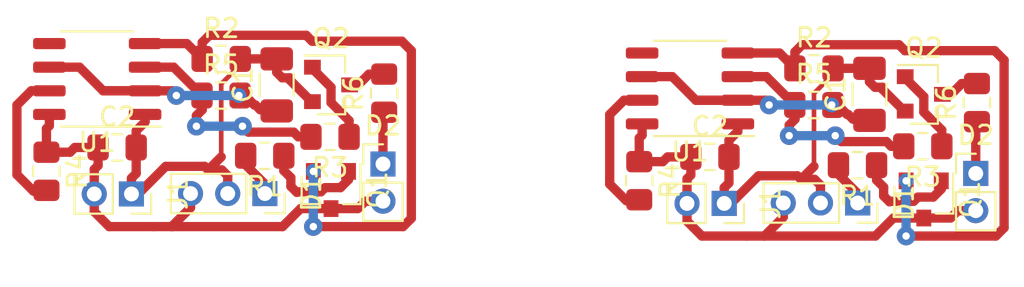
<source format=kicad_pcb>
(kicad_pcb (version 20171130) (host pcbnew "(5.1.2)-2")

  (general
    (thickness 1.6)
    (drawings 0)
    (tracks 244)
    (zones 0)
    (modules 28)
    (nets 12)
  )

  (page A4 portrait)
  (layers
    (0 F.Cu signal)
    (31 B.Cu signal)
    (32 B.Adhes user)
    (33 F.Adhes user)
    (34 B.Paste user)
    (35 F.Paste user)
    (36 B.SilkS user)
    (37 F.SilkS user)
    (38 B.Mask user)
    (39 F.Mask user)
    (40 Dwgs.User user)
    (41 Cmts.User user)
    (42 Eco1.User user)
    (43 Eco2.User user)
    (44 Edge.Cuts user)
    (45 Margin user)
    (46 B.CrtYd user)
    (47 F.CrtYd user)
    (48 B.Fab user)
    (49 F.Fab user)
  )

  (setup
    (last_trace_width 0.5)
    (user_trace_width 0.5)
    (trace_clearance 0.2)
    (zone_clearance 0.508)
    (zone_45_only no)
    (trace_min 0.2)
    (via_size 0.8)
    (via_drill 0.4)
    (via_min_size 0.4)
    (via_min_drill 0.3)
    (uvia_size 0.3)
    (uvia_drill 0.1)
    (uvias_allowed no)
    (uvia_min_size 0.2)
    (uvia_min_drill 0.1)
    (edge_width 0.05)
    (segment_width 0.2)
    (pcb_text_width 0.3)
    (pcb_text_size 1.5 1.5)
    (mod_edge_width 0.12)
    (mod_text_size 1 1)
    (mod_text_width 0.15)
    (pad_size 1.524 1.524)
    (pad_drill 0.762)
    (pad_to_mask_clearance 0.051)
    (solder_mask_min_width 0.25)
    (aux_axis_origin 0 0)
    (visible_elements 7FFFFFFF)
    (pcbplotparams
      (layerselection 0x00000_7fffffff)
      (usegerberextensions false)
      (usegerberattributes false)
      (usegerberadvancedattributes false)
      (creategerberjobfile false)
      (excludeedgelayer true)
      (linewidth 0.100000)
      (plotframeref false)
      (viasonmask false)
      (mode 1)
      (useauxorigin false)
      (hpglpennumber 1)
      (hpglpenspeed 20)
      (hpglpendiameter 15.000000)
      (psnegative false)
      (psa4output false)
      (plotreference true)
      (plotvalue true)
      (plotinvisibletext false)
      (padsonsilk false)
      (subtractmaskfromsilk false)
      (outputformat 4)
      (mirror true)
      (drillshape 0)
      (scaleselection 1)
      (outputdirectory "../"))
  )

  (net 0 "")
  (net 1 "Net-(C1-Pad1)")
  (net 2 GND)
  (net 3 VCC)
  (net 4 "Net-(D1-Pad1)")
  (net 5 "Net-(D2-Pad1)")
  (net 6 "Net-(Q1-Pad1)")
  (net 7 "Net-(Q1-Pad2)")
  (net 8 "Net-(Q2-Pad3)")
  (net 9 "Net-(Q2-Pad2)")
  (net 10 "Net-(R3-Pad2)")
  (net 11 "Net-(R4-Pad2)")

  (net_class Default "This is the default net class."
    (clearance 0.2)
    (trace_width 0.25)
    (via_dia 0.8)
    (via_drill 0.4)
    (uvia_dia 0.3)
    (uvia_drill 0.1)
    (add_net GND)
    (add_net "Net-(C1-Pad1)")
    (add_net "Net-(D1-Pad1)")
    (add_net "Net-(D2-Pad1)")
    (add_net "Net-(Q1-Pad1)")
    (add_net "Net-(Q1-Pad2)")
    (add_net "Net-(Q2-Pad2)")
    (add_net "Net-(Q2-Pad3)")
    (add_net "Net-(R3-Pad2)")
    (add_net "Net-(R4-Pad2)")
    (add_net VCC)
  )

  (module Capacitor_SMD:C_0805_2012Metric_Pad1.15x1.40mm_HandSolder (layer F.Cu) (tedit 5B36C52B) (tstamp 5D44F3DA)
    (at 138.675 24.638)
    (descr "Capacitor SMD 0805 (2012 Metric), square (rectangular) end terminal, IPC_7351 nominal with elongated pad for handsoldering. (Body size source: https://docs.google.com/spreadsheets/d/1BsfQQcO9C6DZCsRaXUlFlo91Tg2WpOkGARC1WS5S8t0/edit?usp=sharing), generated with kicad-footprint-generator")
    (tags "capacitor handsolder")
    (path /5D43DC0E)
    (attr smd)
    (fp_text reference C2 (at 0 -1.65) (layer F.SilkS)
      (effects (font (size 1 1) (thickness 0.15)))
    )
    (fp_text value 100nF (at 0 1.65) (layer F.Fab)
      (effects (font (size 1 1) (thickness 0.15)))
    )
    (fp_text user %R (at 0 0) (layer F.Fab)
      (effects (font (size 0.5 0.5) (thickness 0.08)))
    )
    (fp_line (start 1.85 0.95) (end -1.85 0.95) (layer F.CrtYd) (width 0.05))
    (fp_line (start 1.85 -0.95) (end 1.85 0.95) (layer F.CrtYd) (width 0.05))
    (fp_line (start -1.85 -0.95) (end 1.85 -0.95) (layer F.CrtYd) (width 0.05))
    (fp_line (start -1.85 0.95) (end -1.85 -0.95) (layer F.CrtYd) (width 0.05))
    (fp_line (start -0.261252 0.71) (end 0.261252 0.71) (layer F.SilkS) (width 0.12))
    (fp_line (start -0.261252 -0.71) (end 0.261252 -0.71) (layer F.SilkS) (width 0.12))
    (fp_line (start 1 0.6) (end -1 0.6) (layer F.Fab) (width 0.1))
    (fp_line (start 1 -0.6) (end 1 0.6) (layer F.Fab) (width 0.1))
    (fp_line (start -1 -0.6) (end 1 -0.6) (layer F.Fab) (width 0.1))
    (fp_line (start -1 0.6) (end -1 -0.6) (layer F.Fab) (width 0.1))
    (pad 2 smd roundrect (at 1.025 0) (size 1.15 1.4) (layers F.Cu F.Paste F.Mask) (roundrect_rratio 0.217391))
    (pad 1 smd roundrect (at -1.025 0) (size 1.15 1.4) (layers F.Cu F.Paste F.Mask) (roundrect_rratio 0.217391))
    (model ${KISYS3DMOD}/Capacitor_SMD.3dshapes/C_0805_2012Metric.wrl
      (at (xyz 0 0 0))
      (scale (xyz 1 1 1))
      (rotate (xyz 0 0 0))
    )
  )

  (module Resistor_SMD:R_0805_2012Metric_Pad1.15x1.40mm_HandSolder (layer F.Cu) (tedit 5B36C52B) (tstamp 5D44EB5B)
    (at 134.874 25.917 270)
    (descr "Resistor SMD 0805 (2012 Metric), square (rectangular) end terminal, IPC_7351 nominal with elongated pad for handsoldering. (Body size source: https://docs.google.com/spreadsheets/d/1BsfQQcO9C6DZCsRaXUlFlo91Tg2WpOkGARC1WS5S8t0/edit?usp=sharing), generated with kicad-footprint-generator")
    (tags "resistor handsolder")
    (path /5D424F84)
    (attr smd)
    (fp_text reference R4 (at 0 -1.65 90) (layer F.SilkS)
      (effects (font (size 1 1) (thickness 0.15)))
    )
    (fp_text value 10K (at 0 1.65 90) (layer F.Fab)
      (effects (font (size 1 1) (thickness 0.15)))
    )
    (fp_text user %R (at 0 0 90) (layer F.Fab)
      (effects (font (size 0.5 0.5) (thickness 0.08)))
    )
    (fp_line (start 1.85 0.95) (end -1.85 0.95) (layer F.CrtYd) (width 0.05))
    (fp_line (start 1.85 -0.95) (end 1.85 0.95) (layer F.CrtYd) (width 0.05))
    (fp_line (start -1.85 -0.95) (end 1.85 -0.95) (layer F.CrtYd) (width 0.05))
    (fp_line (start -1.85 0.95) (end -1.85 -0.95) (layer F.CrtYd) (width 0.05))
    (fp_line (start -0.261252 0.71) (end 0.261252 0.71) (layer F.SilkS) (width 0.12))
    (fp_line (start -0.261252 -0.71) (end 0.261252 -0.71) (layer F.SilkS) (width 0.12))
    (fp_line (start 1 0.6) (end -1 0.6) (layer F.Fab) (width 0.1))
    (fp_line (start 1 -0.6) (end 1 0.6) (layer F.Fab) (width 0.1))
    (fp_line (start -1 -0.6) (end 1 -0.6) (layer F.Fab) (width 0.1))
    (fp_line (start -1 0.6) (end -1 -0.6) (layer F.Fab) (width 0.1))
    (pad 2 smd roundrect (at 1.025 0 270) (size 1.15 1.4) (layers F.Cu F.Paste F.Mask) (roundrect_rratio 0.217391))
    (pad 1 smd roundrect (at -1.025 0 270) (size 1.15 1.4) (layers F.Cu F.Paste F.Mask) (roundrect_rratio 0.217391))
    (model ${KISYS3DMOD}/Resistor_SMD.3dshapes/R_0805_2012Metric.wrl
      (at (xyz 0 0 0))
      (scale (xyz 1 1 1))
      (rotate (xyz 0 0 0))
    )
  )

  (module Connector_PinHeader_2.00mm:PinHeader_1x02_P2.00mm_Vertical (layer F.Cu) (tedit 59FED667) (tstamp 5D44EB46)
    (at 152.9715 25.527)
    (descr "Through hole straight pin header, 1x02, 2.00mm pitch, single row")
    (tags "Through hole pin header THT 1x02 2.00mm single row")
    (path /5D4382C4)
    (fp_text reference D2 (at 0 -2.06) (layer F.SilkS)
      (effects (font (size 1 1) (thickness 0.15)))
    )
    (fp_text value "IR LED" (at 0 4.06) (layer F.Fab)
      (effects (font (size 1 1) (thickness 0.15)))
    )
    (fp_text user %R (at 0 1 90) (layer F.Fab)
      (effects (font (size 1 1) (thickness 0.15)))
    )
    (fp_line (start 1.5 -1.5) (end -1.5 -1.5) (layer F.CrtYd) (width 0.05))
    (fp_line (start 1.5 3.5) (end 1.5 -1.5) (layer F.CrtYd) (width 0.05))
    (fp_line (start -1.5 3.5) (end 1.5 3.5) (layer F.CrtYd) (width 0.05))
    (fp_line (start -1.5 -1.5) (end -1.5 3.5) (layer F.CrtYd) (width 0.05))
    (fp_line (start -1.06 -1.06) (end 0 -1.06) (layer F.SilkS) (width 0.12))
    (fp_line (start -1.06 0) (end -1.06 -1.06) (layer F.SilkS) (width 0.12))
    (fp_line (start -1.06 1) (end 1.06 1) (layer F.SilkS) (width 0.12))
    (fp_line (start 1.06 1) (end 1.06 3.06) (layer F.SilkS) (width 0.12))
    (fp_line (start -1.06 1) (end -1.06 3.06) (layer F.SilkS) (width 0.12))
    (fp_line (start -1.06 3.06) (end 1.06 3.06) (layer F.SilkS) (width 0.12))
    (fp_line (start -1 -0.5) (end -0.5 -1) (layer F.Fab) (width 0.1))
    (fp_line (start -1 3) (end -1 -0.5) (layer F.Fab) (width 0.1))
    (fp_line (start 1 3) (end -1 3) (layer F.Fab) (width 0.1))
    (fp_line (start 1 -1) (end 1 3) (layer F.Fab) (width 0.1))
    (fp_line (start -0.5 -1) (end 1 -1) (layer F.Fab) (width 0.1))
    (pad 2 thru_hole oval (at 0 2) (size 1.35 1.35) (drill 0.8) (layers *.Cu *.Mask))
    (pad 1 thru_hole rect (at 0 0) (size 1.35 1.35) (drill 0.8) (layers *.Cu *.Mask))
    (model ${KISYS3DMOD}/Connector_PinHeader_2.00mm.3dshapes/PinHeader_1x02_P2.00mm_Vertical.wrl
      (at (xyz 0 0 0))
      (scale (xyz 1 1 1))
      (rotate (xyz 0 0 0))
    )
  )

  (module Connector_PinSocket_2.00mm:PinSocket_1x03_P2.00mm_Vertical (layer F.Cu) (tedit 5A19A42B) (tstamp 5D44EB30)
    (at 146.6215 27.1145 270)
    (descr "Through hole straight socket strip, 1x03, 2.00mm pitch, single row (from Kicad 4.0.7), script generated")
    (tags "Through hole socket strip THT 1x03 2.00mm single row")
    (path /5D42C2A7)
    (fp_text reference D1 (at 0 -2.5 90) (layer F.SilkS)
      (effects (font (size 1 1) (thickness 0.15)))
    )
    (fp_text value "Receptor IR" (at 0 6.5 90) (layer F.Fab)
      (effects (font (size 1 1) (thickness 0.15)))
    )
    (fp_text user %R (at 0 2) (layer F.Fab)
      (effects (font (size 1 1) (thickness 0.15)))
    )
    (fp_line (start -1.5 5.5) (end -1.5 -1.5) (layer F.CrtYd) (width 0.05))
    (fp_line (start 1.5 5.5) (end -1.5 5.5) (layer F.CrtYd) (width 0.05))
    (fp_line (start 1.5 -1.5) (end 1.5 5.5) (layer F.CrtYd) (width 0.05))
    (fp_line (start -1.5 -1.5) (end 1.5 -1.5) (layer F.CrtYd) (width 0.05))
    (fp_line (start 0 -1.06) (end 1.06 -1.06) (layer F.SilkS) (width 0.12))
    (fp_line (start 1.06 -1.06) (end 1.06 0) (layer F.SilkS) (width 0.12))
    (fp_line (start 1.06 1) (end 1.06 5.06) (layer F.SilkS) (width 0.12))
    (fp_line (start -1.06 5.06) (end 1.06 5.06) (layer F.SilkS) (width 0.12))
    (fp_line (start -1.06 1) (end -1.06 5.06) (layer F.SilkS) (width 0.12))
    (fp_line (start -1.06 1) (end 1.06 1) (layer F.SilkS) (width 0.12))
    (fp_line (start -1 5) (end -1 -1) (layer F.Fab) (width 0.1))
    (fp_line (start 1 5) (end -1 5) (layer F.Fab) (width 0.1))
    (fp_line (start 1 -0.5) (end 1 5) (layer F.Fab) (width 0.1))
    (fp_line (start 0.5 -1) (end 1 -0.5) (layer F.Fab) (width 0.1))
    (fp_line (start -1 -1) (end 0.5 -1) (layer F.Fab) (width 0.1))
    (pad 3 thru_hole oval (at 0 4 270) (size 1.35 1.35) (drill 0.8) (layers *.Cu *.Mask))
    (pad 2 thru_hole oval (at 0 2 270) (size 1.35 1.35) (drill 0.8) (layers *.Cu *.Mask))
    (pad 1 thru_hole rect (at 0 0 270) (size 1.35 1.35) (drill 0.8) (layers *.Cu *.Mask))
    (model ${KISYS3DMOD}/Connector_PinSocket_2.00mm.3dshapes/PinSocket_1x03_P2.00mm_Vertical.wrl
      (at (xyz 0 0 0))
      (scale (xyz 1 1 1))
      (rotate (xyz 0 0 0))
    )
  )

  (module Package_TO_SOT_SMD:SOT-23 (layer F.Cu) (tedit 5D446FBE) (tstamp 5D44EB1C)
    (at 150.1775 21.2725)
    (descr "SOT-23, Standard")
    (tags SOT-23)
    (path /5D435DEF)
    (attr smd)
    (fp_text reference Q2 (at 0 -2.5 180) (layer F.SilkS)
      (effects (font (size 1 1) (thickness 0.15)))
    )
    (fp_text value 2N3904 (at 0 2.5 180) (layer F.Fab)
      (effects (font (size 1 1) (thickness 0.15)))
    )
    (fp_text user %R (at 0 0 90) (layer F.Fab)
      (effects (font (size 0.5 0.5) (thickness 0.075)))
    )
    (fp_line (start -0.7 -0.95) (end -0.7 1.5) (layer F.Fab) (width 0.1))
    (fp_line (start -0.15 -1.52) (end 0.7 -1.52) (layer F.Fab) (width 0.1))
    (fp_line (start -0.7 -0.95) (end -0.15 -1.52) (layer F.Fab) (width 0.1))
    (fp_line (start 0.7 -1.52) (end 0.7 1.52) (layer F.Fab) (width 0.1))
    (fp_line (start -0.7 1.52) (end 0.7 1.52) (layer F.Fab) (width 0.1))
    (fp_line (start 0.76 1.58) (end 0.76 0.65) (layer F.SilkS) (width 0.12))
    (fp_line (start 0.76 -1.58) (end 0.76 -0.65) (layer F.SilkS) (width 0.12))
    (fp_line (start -1.7 -1.75) (end 1.7 -1.75) (layer F.CrtYd) (width 0.05))
    (fp_line (start 1.7 -1.75) (end 1.7 1.75) (layer F.CrtYd) (width 0.05))
    (fp_line (start 1.7 1.75) (end -1.7 1.75) (layer F.CrtYd) (width 0.05))
    (fp_line (start -1.7 1.75) (end -1.7 -1.75) (layer F.CrtYd) (width 0.05))
    (fp_line (start 0.76 -1.58) (end -1.4 -1.58) (layer F.SilkS) (width 0.12))
    (fp_line (start 0.76 1.58) (end -0.7 1.58) (layer F.SilkS) (width 0.12))
    (pad 1 smd rect (at -1 0.9) (size 0.9 0.8) (layers F.Cu F.Paste F.Mask))
    (pad 2 smd rect (at -1 -0.95) (size 0.9 0.8) (layers F.Cu F.Paste F.Mask))
    (pad 3 smd rect (at 1 0) (size 0.9 0.8) (layers F.Cu F.Paste F.Mask))
    (model ${KISYS3DMOD}/Package_TO_SOT_SMD.3dshapes/SOT-23.wrl
      (at (xyz 0 0 0))
      (scale (xyz 1 1 1))
      (rotate (xyz 0 0 0))
    )
  )

  (module Resistor_SMD:R_0805_2012Metric_Pad1.15x1.40mm_HandSolder (layer F.Cu) (tedit 5B36C52B) (tstamp 5D44EB0C)
    (at 150.123 24.0665 180)
    (descr "Resistor SMD 0805 (2012 Metric), square (rectangular) end terminal, IPC_7351 nominal with elongated pad for handsoldering. (Body size source: https://docs.google.com/spreadsheets/d/1BsfQQcO9C6DZCsRaXUlFlo91Tg2WpOkGARC1WS5S8t0/edit?usp=sharing), generated with kicad-footprint-generator")
    (tags "resistor handsolder")
    (path /5D4254E5)
    (attr smd)
    (fp_text reference R3 (at 0 -1.65) (layer F.SilkS)
      (effects (font (size 1 1) (thickness 0.15)))
    )
    (fp_text value 2K2 (at 0 1.65) (layer F.Fab)
      (effects (font (size 1 1) (thickness 0.15)))
    )
    (fp_line (start -1 0.6) (end -1 -0.6) (layer F.Fab) (width 0.1))
    (fp_line (start -1 -0.6) (end 1 -0.6) (layer F.Fab) (width 0.1))
    (fp_line (start 1 -0.6) (end 1 0.6) (layer F.Fab) (width 0.1))
    (fp_line (start 1 0.6) (end -1 0.6) (layer F.Fab) (width 0.1))
    (fp_line (start -0.261252 -0.71) (end 0.261252 -0.71) (layer F.SilkS) (width 0.12))
    (fp_line (start -0.261252 0.71) (end 0.261252 0.71) (layer F.SilkS) (width 0.12))
    (fp_line (start -1.85 0.95) (end -1.85 -0.95) (layer F.CrtYd) (width 0.05))
    (fp_line (start -1.85 -0.95) (end 1.85 -0.95) (layer F.CrtYd) (width 0.05))
    (fp_line (start 1.85 -0.95) (end 1.85 0.95) (layer F.CrtYd) (width 0.05))
    (fp_line (start 1.85 0.95) (end -1.85 0.95) (layer F.CrtYd) (width 0.05))
    (fp_text user %R (at 0 0) (layer F.Fab)
      (effects (font (size 0.5 0.5) (thickness 0.08)))
    )
    (pad 1 smd roundrect (at -1.025 0 180) (size 1.15 1.4) (layers F.Cu F.Paste F.Mask) (roundrect_rratio 0.217391))
    (pad 2 smd roundrect (at 1.025 0 180) (size 1.15 1.4) (layers F.Cu F.Paste F.Mask) (roundrect_rratio 0.217391))
    (model ${KISYS3DMOD}/Resistor_SMD.3dshapes/R_0805_2012Metric.wrl
      (at (xyz 0 0 0))
      (scale (xyz 1 1 1))
      (rotate (xyz 0 0 0))
    )
  )

  (module Resistor_SMD:R_0805_2012Metric_Pad1.15x1.40mm_HandSolder (layer F.Cu) (tedit 5B36C52B) (tstamp 5D44EAFC)
    (at 153.035 21.717 90)
    (descr "Resistor SMD 0805 (2012 Metric), square (rectangular) end terminal, IPC_7351 nominal with elongated pad for handsoldering. (Body size source: https://docs.google.com/spreadsheets/d/1BsfQQcO9C6DZCsRaXUlFlo91Tg2WpOkGARC1WS5S8t0/edit?usp=sharing), generated with kicad-footprint-generator")
    (tags "resistor handsolder")
    (path /5D437C9E)
    (attr smd)
    (fp_text reference R6 (at 0 -1.65 90) (layer F.SilkS)
      (effects (font (size 1 1) (thickness 0.15)))
    )
    (fp_text value 100 (at 0 1.65 90) (layer F.Fab)
      (effects (font (size 1 1) (thickness 0.15)))
    )
    (fp_line (start -1 0.6) (end -1 -0.6) (layer F.Fab) (width 0.1))
    (fp_line (start -1 -0.6) (end 1 -0.6) (layer F.Fab) (width 0.1))
    (fp_line (start 1 -0.6) (end 1 0.6) (layer F.Fab) (width 0.1))
    (fp_line (start 1 0.6) (end -1 0.6) (layer F.Fab) (width 0.1))
    (fp_line (start -0.261252 -0.71) (end 0.261252 -0.71) (layer F.SilkS) (width 0.12))
    (fp_line (start -0.261252 0.71) (end 0.261252 0.71) (layer F.SilkS) (width 0.12))
    (fp_line (start -1.85 0.95) (end -1.85 -0.95) (layer F.CrtYd) (width 0.05))
    (fp_line (start -1.85 -0.95) (end 1.85 -0.95) (layer F.CrtYd) (width 0.05))
    (fp_line (start 1.85 -0.95) (end 1.85 0.95) (layer F.CrtYd) (width 0.05))
    (fp_line (start 1.85 0.95) (end -1.85 0.95) (layer F.CrtYd) (width 0.05))
    (fp_text user %R (at 0 0 90) (layer F.Fab)
      (effects (font (size 0.5 0.5) (thickness 0.08)))
    )
    (pad 1 smd roundrect (at -1.025 0 90) (size 1.15 1.4) (layers F.Cu F.Paste F.Mask) (roundrect_rratio 0.217391))
    (pad 2 smd roundrect (at 1.025 0 90) (size 1.15 1.4) (layers F.Cu F.Paste F.Mask) (roundrect_rratio 0.217391))
    (model ${KISYS3DMOD}/Resistor_SMD.3dshapes/R_0805_2012Metric.wrl
      (at (xyz 0 0 0))
      (scale (xyz 1 1 1))
      (rotate (xyz 0 0 0))
    )
  )

  (module Resistor_SMD:R_0805_2012Metric_Pad1.15x1.40mm_HandSolder (layer F.Cu) (tedit 5B36C52B) (tstamp 5D44EAEC)
    (at 144.272 19.8755)
    (descr "Resistor SMD 0805 (2012 Metric), square (rectangular) end terminal, IPC_7351 nominal with elongated pad for handsoldering. (Body size source: https://docs.google.com/spreadsheets/d/1BsfQQcO9C6DZCsRaXUlFlo91Tg2WpOkGARC1WS5S8t0/edit?usp=sharing), generated with kicad-footprint-generator")
    (tags "resistor handsolder")
    (path /5D42612F)
    (attr smd)
    (fp_text reference R2 (at 0 -1.65) (layer F.SilkS)
      (effects (font (size 1 1) (thickness 0.15)))
    )
    (fp_text value 22K (at 0 1.65) (layer F.Fab)
      (effects (font (size 1 1) (thickness 0.15)))
    )
    (fp_line (start -1 0.6) (end -1 -0.6) (layer F.Fab) (width 0.1))
    (fp_line (start -1 -0.6) (end 1 -0.6) (layer F.Fab) (width 0.1))
    (fp_line (start 1 -0.6) (end 1 0.6) (layer F.Fab) (width 0.1))
    (fp_line (start 1 0.6) (end -1 0.6) (layer F.Fab) (width 0.1))
    (fp_line (start -0.261252 -0.71) (end 0.261252 -0.71) (layer F.SilkS) (width 0.12))
    (fp_line (start -0.261252 0.71) (end 0.261252 0.71) (layer F.SilkS) (width 0.12))
    (fp_line (start -1.85 0.95) (end -1.85 -0.95) (layer F.CrtYd) (width 0.05))
    (fp_line (start -1.85 -0.95) (end 1.85 -0.95) (layer F.CrtYd) (width 0.05))
    (fp_line (start 1.85 -0.95) (end 1.85 0.95) (layer F.CrtYd) (width 0.05))
    (fp_line (start 1.85 0.95) (end -1.85 0.95) (layer F.CrtYd) (width 0.05))
    (fp_text user %R (at 0 0) (layer F.Fab)
      (effects (font (size 0.5 0.5) (thickness 0.08)))
    )
    (pad 1 smd roundrect (at -1.025 0) (size 1.15 1.4) (layers F.Cu F.Paste F.Mask) (roundrect_rratio 0.217391))
    (pad 2 smd roundrect (at 1.025 0) (size 1.15 1.4) (layers F.Cu F.Paste F.Mask) (roundrect_rratio 0.217391))
    (model ${KISYS3DMOD}/Resistor_SMD.3dshapes/R_0805_2012Metric.wrl
      (at (xyz 0 0 0))
      (scale (xyz 1 1 1))
      (rotate (xyz 0 0 0))
    )
  )

  (module Resistor_SMD:R_0805_2012Metric_Pad1.15x1.40mm_HandSolder (layer F.Cu) (tedit 5B36C52B) (tstamp 5D44EADC)
    (at 146.6125 25.0825 180)
    (descr "Resistor SMD 0805 (2012 Metric), square (rectangular) end terminal, IPC_7351 nominal with elongated pad for handsoldering. (Body size source: https://docs.google.com/spreadsheets/d/1BsfQQcO9C6DZCsRaXUlFlo91Tg2WpOkGARC1WS5S8t0/edit?usp=sharing), generated with kicad-footprint-generator")
    (tags "resistor handsolder")
    (path /5D42A5A1)
    (attr smd)
    (fp_text reference R1 (at 0 -1.65) (layer F.SilkS)
      (effects (font (size 1 1) (thickness 0.15)))
    )
    (fp_text value 2K2 (at 0 1.65) (layer F.Fab)
      (effects (font (size 1 1) (thickness 0.15)))
    )
    (fp_text user %R (at 0 0) (layer F.Fab)
      (effects (font (size 0.5 0.5) (thickness 0.08)))
    )
    (fp_line (start 1.85 0.95) (end -1.85 0.95) (layer F.CrtYd) (width 0.05))
    (fp_line (start 1.85 -0.95) (end 1.85 0.95) (layer F.CrtYd) (width 0.05))
    (fp_line (start -1.85 -0.95) (end 1.85 -0.95) (layer F.CrtYd) (width 0.05))
    (fp_line (start -1.85 0.95) (end -1.85 -0.95) (layer F.CrtYd) (width 0.05))
    (fp_line (start -0.261252 0.71) (end 0.261252 0.71) (layer F.SilkS) (width 0.12))
    (fp_line (start -0.261252 -0.71) (end 0.261252 -0.71) (layer F.SilkS) (width 0.12))
    (fp_line (start 1 0.6) (end -1 0.6) (layer F.Fab) (width 0.1))
    (fp_line (start 1 -0.6) (end 1 0.6) (layer F.Fab) (width 0.1))
    (fp_line (start -1 -0.6) (end 1 -0.6) (layer F.Fab) (width 0.1))
    (fp_line (start -1 0.6) (end -1 -0.6) (layer F.Fab) (width 0.1))
    (pad 2 smd roundrect (at 1.025 0 180) (size 1.15 1.4) (layers F.Cu F.Paste F.Mask) (roundrect_rratio 0.217391))
    (pad 1 smd roundrect (at -1.025 0 180) (size 1.15 1.4) (layers F.Cu F.Paste F.Mask) (roundrect_rratio 0.217391))
    (model ${KISYS3DMOD}/Resistor_SMD.3dshapes/R_0805_2012Metric.wrl
      (at (xyz 0 0 0))
      (scale (xyz 1 1 1))
      (rotate (xyz 0 0 0))
    )
  )

  (module Connector_PinSocket_2.00mm:PinSocket_1x02_P2.00mm_Vertical (layer F.Cu) (tedit 5A19A42F) (tstamp 5D44EAC7)
    (at 139.444999 27.138001 270)
    (descr "Through hole straight socket strip, 1x02, 2.00mm pitch, single row (from Kicad 4.0.7), script generated")
    (tags "Through hole socket strip THT 1x02 2.00mm single row")
    (path /5D440C42)
    (fp_text reference J1 (at 0 -2.5 90) (layer F.SilkS)
      (effects (font (size 1 1) (thickness 0.15)))
    )
    (fp_text value INPUT (at 0 4.5 90) (layer F.Fab)
      (effects (font (size 1 1) (thickness 0.15)))
    )
    (fp_text user %R (at 0 1) (layer F.Fab)
      (effects (font (size 1 1) (thickness 0.15)))
    )
    (fp_line (start -1.5 3.5) (end -1.5 -1.5) (layer F.CrtYd) (width 0.05))
    (fp_line (start 1.5 3.5) (end -1.5 3.5) (layer F.CrtYd) (width 0.05))
    (fp_line (start 1.5 -1.5) (end 1.5 3.5) (layer F.CrtYd) (width 0.05))
    (fp_line (start -1.5 -1.5) (end 1.5 -1.5) (layer F.CrtYd) (width 0.05))
    (fp_line (start 0 -1.06) (end 1.06 -1.06) (layer F.SilkS) (width 0.12))
    (fp_line (start 1.06 -1.06) (end 1.06 0) (layer F.SilkS) (width 0.12))
    (fp_line (start 1.06 1) (end 1.06 3.06) (layer F.SilkS) (width 0.12))
    (fp_line (start -1.06 3.06) (end 1.06 3.06) (layer F.SilkS) (width 0.12))
    (fp_line (start -1.06 1) (end -1.06 3.06) (layer F.SilkS) (width 0.12))
    (fp_line (start -1.06 1) (end 1.06 1) (layer F.SilkS) (width 0.12))
    (fp_line (start -1 3) (end -1 -1) (layer F.Fab) (width 0.1))
    (fp_line (start 1 3) (end -1 3) (layer F.Fab) (width 0.1))
    (fp_line (start 1 -0.5) (end 1 3) (layer F.Fab) (width 0.1))
    (fp_line (start 0.5 -1) (end 1 -0.5) (layer F.Fab) (width 0.1))
    (fp_line (start -1 -1) (end 0.5 -1) (layer F.Fab) (width 0.1))
    (pad 2 thru_hole oval (at 0 2 270) (size 1.35 1.35) (drill 0.8) (layers *.Cu *.Mask))
    (pad 1 thru_hole rect (at 0 0 270) (size 1.35 1.35) (drill 0.8) (layers *.Cu *.Mask))
    (model ${KISYS3DMOD}/Connector_PinSocket_2.00mm.3dshapes/PinSocket_1x02_P2.00mm_Vertical.wrl
      (at (xyz 0 0 0))
      (scale (xyz 1 1 1))
      (rotate (xyz 0 0 0))
    )
  )

  (module Resistor_SMD:R_0805_2012Metric_Pad1.15x1.40mm_HandSolder (layer F.Cu) (tedit 5B36C52B) (tstamp 5D44EAB7)
    (at 144.263 21.844)
    (descr "Resistor SMD 0805 (2012 Metric), square (rectangular) end terminal, IPC_7351 nominal with elongated pad for handsoldering. (Body size source: https://docs.google.com/spreadsheets/d/1BsfQQcO9C6DZCsRaXUlFlo91Tg2WpOkGARC1WS5S8t0/edit?usp=sharing), generated with kicad-footprint-generator")
    (tags "resistor handsolder")
    (path /5D425C19)
    (attr smd)
    (fp_text reference R5 (at 0 -1.65) (layer F.SilkS)
      (effects (font (size 1 1) (thickness 0.15)))
    )
    (fp_text value 150K (at 0 1.65) (layer F.Fab)
      (effects (font (size 1 1) (thickness 0.15)))
    )
    (fp_text user %R (at 0 0) (layer F.Fab)
      (effects (font (size 0.5 0.5) (thickness 0.08)))
    )
    (fp_line (start 1.85 0.95) (end -1.85 0.95) (layer F.CrtYd) (width 0.05))
    (fp_line (start 1.85 -0.95) (end 1.85 0.95) (layer F.CrtYd) (width 0.05))
    (fp_line (start -1.85 -0.95) (end 1.85 -0.95) (layer F.CrtYd) (width 0.05))
    (fp_line (start -1.85 0.95) (end -1.85 -0.95) (layer F.CrtYd) (width 0.05))
    (fp_line (start -0.261252 0.71) (end 0.261252 0.71) (layer F.SilkS) (width 0.12))
    (fp_line (start -0.261252 -0.71) (end 0.261252 -0.71) (layer F.SilkS) (width 0.12))
    (fp_line (start 1 0.6) (end -1 0.6) (layer F.Fab) (width 0.1))
    (fp_line (start 1 -0.6) (end 1 0.6) (layer F.Fab) (width 0.1))
    (fp_line (start -1 -0.6) (end 1 -0.6) (layer F.Fab) (width 0.1))
    (fp_line (start -1 0.6) (end -1 -0.6) (layer F.Fab) (width 0.1))
    (pad 2 smd roundrect (at 1.025 0) (size 1.15 1.4) (layers F.Cu F.Paste F.Mask) (roundrect_rratio 0.217391))
    (pad 1 smd roundrect (at -1.025 0) (size 1.15 1.4) (layers F.Cu F.Paste F.Mask) (roundrect_rratio 0.217391))
    (model ${KISYS3DMOD}/Resistor_SMD.3dshapes/R_0805_2012Metric.wrl
      (at (xyz 0 0 0))
      (scale (xyz 1 1 1))
      (rotate (xyz 0 0 0))
    )
  )

  (module Package_TO_SOT_SMD:SOT-23 (layer F.Cu) (tedit 5D447014) (tstamp 5D44EAA3)
    (at 150.1775 26.924 270)
    (descr "SOT-23, Standard")
    (tags SOT-23)
    (path /5D4282DF)
    (attr smd)
    (fp_text reference Q1 (at 0 -2.5 90) (layer F.SilkS)
      (effects (font (size 1 1) (thickness 0.15)))
    )
    (fp_text value 2N3904 (at 0 2.5 90) (layer F.Fab)
      (effects (font (size 1 1) (thickness 0.15)))
    )
    (fp_line (start 0.76 1.58) (end -0.7 1.58) (layer F.SilkS) (width 0.12))
    (fp_line (start 0.76 -1.58) (end -1.4 -1.58) (layer F.SilkS) (width 0.12))
    (fp_line (start -1.7 1.75) (end -1.7 -1.75) (layer F.CrtYd) (width 0.05))
    (fp_line (start 1.7 1.75) (end -1.7 1.75) (layer F.CrtYd) (width 0.05))
    (fp_line (start 1.7 -1.75) (end 1.7 1.75) (layer F.CrtYd) (width 0.05))
    (fp_line (start -1.7 -1.75) (end 1.7 -1.75) (layer F.CrtYd) (width 0.05))
    (fp_line (start 0.76 -1.58) (end 0.76 -0.65) (layer F.SilkS) (width 0.12))
    (fp_line (start 0.76 1.58) (end 0.76 0.65) (layer F.SilkS) (width 0.12))
    (fp_line (start -0.7 1.52) (end 0.7 1.52) (layer F.Fab) (width 0.1))
    (fp_line (start 0.7 -1.52) (end 0.7 1.52) (layer F.Fab) (width 0.1))
    (fp_line (start -0.7 -0.95) (end -0.15 -1.52) (layer F.Fab) (width 0.1))
    (fp_line (start -0.15 -1.52) (end 0.7 -1.52) (layer F.Fab) (width 0.1))
    (fp_line (start -0.7 -0.95) (end -0.7 1.5) (layer F.Fab) (width 0.1))
    (fp_text user %R (at 0 0 180) (layer F.Fab)
      (effects (font (size 0.5 0.5) (thickness 0.075)))
    )
    (pad 3 smd rect (at 1 0 270) (size 0.9 0.8) (layers F.Cu F.Paste F.Mask))
    (pad 2 smd rect (at -1 -0.94 270) (size 0.9 0.8) (layers F.Cu F.Paste F.Mask))
    (pad 1 smd rect (at -1 0.95 270) (size 0.9 0.8) (layers F.Cu F.Paste F.Mask))
    (model ${KISYS3DMOD}/Package_TO_SOT_SMD.3dshapes/SOT-23.wrl
      (at (xyz 0 0 0))
      (scale (xyz 1 1 1))
      (rotate (xyz 0 0 0))
    )
  )

  (module Package_SO:SO-8_3.9x4.9mm_P1.27mm (layer F.Cu) (tedit 5C509AD1) (tstamp 5D44F446)
    (at 137.6045 20.955 180)
    (descr "SO, 8 Pin (https://www.nxp.com/docs/en/data-sheet/PCF8523.pdf), generated with kicad-footprint-generator ipc_gullwing_generator.py")
    (tags "SO SO")
    (path /5D4247BF)
    (attr smd)
    (fp_text reference U1 (at 0 -3.4) (layer F.SilkS)
      (effects (font (size 1 1) (thickness 0.15)))
    )
    (fp_text value 7555 (at 0 3.4) (layer F.Fab)
      (effects (font (size 1 1) (thickness 0.15)))
    )
    (fp_text user %R (at 0 0) (layer F.Fab)
      (effects (font (size 0.98 0.98) (thickness 0.15)))
    )
    (fp_line (start 3.7 -2.7) (end -3.7 -2.7) (layer F.CrtYd) (width 0.05))
    (fp_line (start 3.7 2.7) (end 3.7 -2.7) (layer F.CrtYd) (width 0.05))
    (fp_line (start -3.7 2.7) (end 3.7 2.7) (layer F.CrtYd) (width 0.05))
    (fp_line (start -3.7 -2.7) (end -3.7 2.7) (layer F.CrtYd) (width 0.05))
    (fp_line (start -1.95 -1.475) (end -0.975 -2.45) (layer F.Fab) (width 0.1))
    (fp_line (start -1.95 2.45) (end -1.95 -1.475) (layer F.Fab) (width 0.1))
    (fp_line (start 1.95 2.45) (end -1.95 2.45) (layer F.Fab) (width 0.1))
    (fp_line (start 1.95 -2.45) (end 1.95 2.45) (layer F.Fab) (width 0.1))
    (fp_line (start -0.975 -2.45) (end 1.95 -2.45) (layer F.Fab) (width 0.1))
    (fp_line (start 0 -2.56) (end -3.45 -2.56) (layer F.SilkS) (width 0.12))
    (fp_line (start 0 -2.56) (end 1.95 -2.56) (layer F.SilkS) (width 0.12))
    (fp_line (start 0 2.56) (end -1.95 2.56) (layer F.SilkS) (width 0.12))
    (fp_line (start 0 2.56) (end 1.95 2.56) (layer F.SilkS) (width 0.12))
    (pad 8 smd roundrect (at 2.575 -1.905 180) (size 1.75 0.6) (layers F.Cu F.Paste F.Mask) (roundrect_rratio 0.25))
    (pad 7 smd roundrect (at 2.575 -0.635 180) (size 1.75 0.6) (layers F.Cu F.Paste F.Mask) (roundrect_rratio 0.25))
    (pad 6 smd roundrect (at 2.575 0.635 180) (size 1.75 0.6) (layers F.Cu F.Paste F.Mask) (roundrect_rratio 0.25))
    (pad 5 smd roundrect (at 2.575 1.905 180) (size 1.75 0.6) (layers F.Cu F.Paste F.Mask) (roundrect_rratio 0.25))
    (pad 4 smd roundrect (at -2.575 1.905 180) (size 1.75 0.6) (layers F.Cu F.Paste F.Mask) (roundrect_rratio 0.25))
    (pad 3 smd roundrect (at -2.575 0.635 180) (size 1.75 0.6) (layers F.Cu F.Paste F.Mask) (roundrect_rratio 0.25))
    (pad 2 smd roundrect (at -2.575 -0.635 180) (size 1.75 0.6) (layers F.Cu F.Paste F.Mask) (roundrect_rratio 0.25))
    (pad 1 smd roundrect (at -2.575 -1.905 180) (size 1.75 0.6) (layers F.Cu F.Paste F.Mask) (roundrect_rratio 0.25))
    (model ${KISYS3DMOD}/Package_SO.3dshapes/SO-8_3.9x4.9mm_P1.27mm.wrl
      (at (xyz 0 0 0))
      (scale (xyz 1 1 1))
      (rotate (xyz 0 0 0))
    )
  )

  (module Capacitor_SMD:C_1206_3216Metric (layer F.Cu) (tedit 5B301BBE) (tstamp 5D44EA3A)
    (at 147.2565 21.2725 90)
    (descr "Capacitor SMD 1206 (3216 Metric), square (rectangular) end terminal, IPC_7351 nominal, (Body size source: http://www.tortai-tech.com/upload/download/2011102023233369053.pdf), generated with kicad-footprint-generator")
    (tags capacitor)
    (path /5D427813)
    (attr smd)
    (fp_text reference C1 (at 0 -1.82 90) (layer F.SilkS)
      (effects (font (size 1 1) (thickness 0.15)))
    )
    (fp_text value 120pF (at 0 1.82 90) (layer F.Fab)
      (effects (font (size 1 1) (thickness 0.15)))
    )
    (fp_text user %R (at 0 0 90) (layer F.Fab)
      (effects (font (size 0.8 0.8) (thickness 0.12)))
    )
    (fp_line (start 2.28 1.12) (end -2.28 1.12) (layer F.CrtYd) (width 0.05))
    (fp_line (start 2.28 -1.12) (end 2.28 1.12) (layer F.CrtYd) (width 0.05))
    (fp_line (start -2.28 -1.12) (end 2.28 -1.12) (layer F.CrtYd) (width 0.05))
    (fp_line (start -2.28 1.12) (end -2.28 -1.12) (layer F.CrtYd) (width 0.05))
    (fp_line (start -0.602064 0.91) (end 0.602064 0.91) (layer F.SilkS) (width 0.12))
    (fp_line (start -0.602064 -0.91) (end 0.602064 -0.91) (layer F.SilkS) (width 0.12))
    (fp_line (start 1.6 0.8) (end -1.6 0.8) (layer F.Fab) (width 0.1))
    (fp_line (start 1.6 -0.8) (end 1.6 0.8) (layer F.Fab) (width 0.1))
    (fp_line (start -1.6 -0.8) (end 1.6 -0.8) (layer F.Fab) (width 0.1))
    (fp_line (start -1.6 0.8) (end -1.6 -0.8) (layer F.Fab) (width 0.1))
    (pad 2 smd roundrect (at 1.4 0 90) (size 1.25 1.75) (layers F.Cu F.Paste F.Mask) (roundrect_rratio 0.2))
    (pad 1 smd roundrect (at -1.4 0 90) (size 1.25 1.75) (layers F.Cu F.Paste F.Mask) (roundrect_rratio 0.2))
    (model ${KISYS3DMOD}/Capacitor_SMD.3dshapes/C_1206_3216Metric.wrl
      (at (xyz 0 0 0))
      (scale (xyz 1 1 1))
      (rotate (xyz 0 0 0))
    )
  )

  (module Package_TO_SOT_SMD:SOT-23 (layer F.Cu) (tedit 5D447014) (tstamp 5D4476AB)
    (at 182.0545 27.432 270)
    (descr "SOT-23, Standard")
    (tags SOT-23)
    (path /5D4282DF)
    (attr smd)
    (fp_text reference Q1 (at 0 -2.5 90) (layer F.SilkS)
      (effects (font (size 1 1) (thickness 0.15)))
    )
    (fp_text value 2N3904 (at 0 2.5 90) (layer F.Fab)
      (effects (font (size 1 1) (thickness 0.15)))
    )
    (fp_text user %R (at 0 0 180) (layer F.Fab)
      (effects (font (size 0.5 0.5) (thickness 0.075)))
    )
    (fp_line (start -0.7 -0.95) (end -0.7 1.5) (layer F.Fab) (width 0.1))
    (fp_line (start -0.15 -1.52) (end 0.7 -1.52) (layer F.Fab) (width 0.1))
    (fp_line (start -0.7 -0.95) (end -0.15 -1.52) (layer F.Fab) (width 0.1))
    (fp_line (start 0.7 -1.52) (end 0.7 1.52) (layer F.Fab) (width 0.1))
    (fp_line (start -0.7 1.52) (end 0.7 1.52) (layer F.Fab) (width 0.1))
    (fp_line (start 0.76 1.58) (end 0.76 0.65) (layer F.SilkS) (width 0.12))
    (fp_line (start 0.76 -1.58) (end 0.76 -0.65) (layer F.SilkS) (width 0.12))
    (fp_line (start -1.7 -1.75) (end 1.7 -1.75) (layer F.CrtYd) (width 0.05))
    (fp_line (start 1.7 -1.75) (end 1.7 1.75) (layer F.CrtYd) (width 0.05))
    (fp_line (start 1.7 1.75) (end -1.7 1.75) (layer F.CrtYd) (width 0.05))
    (fp_line (start -1.7 1.75) (end -1.7 -1.75) (layer F.CrtYd) (width 0.05))
    (fp_line (start 0.76 -1.58) (end -1.4 -1.58) (layer F.SilkS) (width 0.12))
    (fp_line (start 0.76 1.58) (end -0.7 1.58) (layer F.SilkS) (width 0.12))
    (pad 1 smd rect (at -1 0.95 270) (size 0.9 0.8) (layers F.Cu F.Paste F.Mask)
      (net 6 "Net-(Q1-Pad1)"))
    (pad 2 smd rect (at -1 -0.94 270) (size 0.9 0.8) (layers F.Cu F.Paste F.Mask)
      (net 7 "Net-(Q1-Pad2)"))
    (pad 3 smd rect (at 1 0 270) (size 0.9 0.8) (layers F.Cu F.Paste F.Mask)
      (net 3 VCC))
    (model ${KISYS3DMOD}/Package_TO_SOT_SMD.3dshapes/SOT-23.wrl
      (at (xyz 0 0 0))
      (scale (xyz 1 1 1))
      (rotate (xyz 0 0 0))
    )
  )

  (module Package_TO_SOT_SMD:SOT-23 (layer F.Cu) (tedit 5D446FBE) (tstamp 5D4475CD)
    (at 182.0545 21.7805)
    (descr "SOT-23, Standard")
    (tags SOT-23)
    (path /5D435DEF)
    (attr smd)
    (fp_text reference Q2 (at 0 -2.5 180) (layer F.SilkS)
      (effects (font (size 1 1) (thickness 0.15)))
    )
    (fp_text value 2N3904 (at 0 2.5 180) (layer F.Fab)
      (effects (font (size 1 1) (thickness 0.15)))
    )
    (fp_line (start 0.76 1.58) (end -0.7 1.58) (layer F.SilkS) (width 0.12))
    (fp_line (start 0.76 -1.58) (end -1.4 -1.58) (layer F.SilkS) (width 0.12))
    (fp_line (start -1.7 1.75) (end -1.7 -1.75) (layer F.CrtYd) (width 0.05))
    (fp_line (start 1.7 1.75) (end -1.7 1.75) (layer F.CrtYd) (width 0.05))
    (fp_line (start 1.7 -1.75) (end 1.7 1.75) (layer F.CrtYd) (width 0.05))
    (fp_line (start -1.7 -1.75) (end 1.7 -1.75) (layer F.CrtYd) (width 0.05))
    (fp_line (start 0.76 -1.58) (end 0.76 -0.65) (layer F.SilkS) (width 0.12))
    (fp_line (start 0.76 1.58) (end 0.76 0.65) (layer F.SilkS) (width 0.12))
    (fp_line (start -0.7 1.52) (end 0.7 1.52) (layer F.Fab) (width 0.1))
    (fp_line (start 0.7 -1.52) (end 0.7 1.52) (layer F.Fab) (width 0.1))
    (fp_line (start -0.7 -0.95) (end -0.15 -1.52) (layer F.Fab) (width 0.1))
    (fp_line (start -0.15 -1.52) (end 0.7 -1.52) (layer F.Fab) (width 0.1))
    (fp_line (start -0.7 -0.95) (end -0.7 1.5) (layer F.Fab) (width 0.1))
    (fp_text user %R (at 0 0 90) (layer F.Fab)
      (effects (font (size 0.5 0.5) (thickness 0.075)))
    )
    (pad 3 smd rect (at 1 0) (size 0.9 0.8) (layers F.Cu F.Paste F.Mask)
      (net 8 "Net-(Q2-Pad3)"))
    (pad 2 smd rect (at -1 -0.95) (size 0.9 0.8) (layers F.Cu F.Paste F.Mask)
      (net 9 "Net-(Q2-Pad2)"))
    (pad 1 smd rect (at -1 0.9) (size 0.9 0.8) (layers F.Cu F.Paste F.Mask)
      (net 2 GND))
    (model ${KISYS3DMOD}/Package_TO_SOT_SMD.3dshapes/SOT-23.wrl
      (at (xyz 0 0 0))
      (scale (xyz 1 1 1))
      (rotate (xyz 0 0 0))
    )
  )

  (module Connector_PinSocket_2.00mm:PinSocket_1x03_P2.00mm_Vertical (layer F.Cu) (tedit 5A19A42B) (tstamp 5D429B7A)
    (at 178.4985 27.6225 270)
    (descr "Through hole straight socket strip, 1x03, 2.00mm pitch, single row (from Kicad 4.0.7), script generated")
    (tags "Through hole socket strip THT 1x03 2.00mm single row")
    (path /5D42C2A7)
    (fp_text reference D1 (at 0 -2.5 90) (layer F.SilkS)
      (effects (font (size 1 1) (thickness 0.15)))
    )
    (fp_text value "Receptor IR" (at 0 6.5 90) (layer F.Fab)
      (effects (font (size 1 1) (thickness 0.15)))
    )
    (fp_line (start -1 -1) (end 0.5 -1) (layer F.Fab) (width 0.1))
    (fp_line (start 0.5 -1) (end 1 -0.5) (layer F.Fab) (width 0.1))
    (fp_line (start 1 -0.5) (end 1 5) (layer F.Fab) (width 0.1))
    (fp_line (start 1 5) (end -1 5) (layer F.Fab) (width 0.1))
    (fp_line (start -1 5) (end -1 -1) (layer F.Fab) (width 0.1))
    (fp_line (start -1.06 1) (end 1.06 1) (layer F.SilkS) (width 0.12))
    (fp_line (start -1.06 1) (end -1.06 5.06) (layer F.SilkS) (width 0.12))
    (fp_line (start -1.06 5.06) (end 1.06 5.06) (layer F.SilkS) (width 0.12))
    (fp_line (start 1.06 1) (end 1.06 5.06) (layer F.SilkS) (width 0.12))
    (fp_line (start 1.06 -1.06) (end 1.06 0) (layer F.SilkS) (width 0.12))
    (fp_line (start 0 -1.06) (end 1.06 -1.06) (layer F.SilkS) (width 0.12))
    (fp_line (start -1.5 -1.5) (end 1.5 -1.5) (layer F.CrtYd) (width 0.05))
    (fp_line (start 1.5 -1.5) (end 1.5 5.5) (layer F.CrtYd) (width 0.05))
    (fp_line (start 1.5 5.5) (end -1.5 5.5) (layer F.CrtYd) (width 0.05))
    (fp_line (start -1.5 5.5) (end -1.5 -1.5) (layer F.CrtYd) (width 0.05))
    (fp_text user %R (at 0 2) (layer F.Fab)
      (effects (font (size 1 1) (thickness 0.15)))
    )
    (pad 1 thru_hole rect (at 0 0 270) (size 1.35 1.35) (drill 0.8) (layers *.Cu *.Mask)
      (net 4 "Net-(D1-Pad1)"))
    (pad 2 thru_hole oval (at 0 2 270) (size 1.35 1.35) (drill 0.8) (layers *.Cu *.Mask)
      (net 2 GND))
    (pad 3 thru_hole oval (at 0 4 270) (size 1.35 1.35) (drill 0.8) (layers *.Cu *.Mask)
      (net 3 VCC))
    (model ${KISYS3DMOD}/Connector_PinSocket_2.00mm.3dshapes/PinSocket_1x03_P2.00mm_Vertical.wrl
      (at (xyz 0 0 0))
      (scale (xyz 1 1 1))
      (rotate (xyz 0 0 0))
    )
  )

  (module Resistor_SMD:R_0805_2012Metric_Pad1.15x1.40mm_HandSolder (layer F.Cu) (tedit 5B36C52B) (tstamp 5D42965E)
    (at 166.751 26.425 270)
    (descr "Resistor SMD 0805 (2012 Metric), square (rectangular) end terminal, IPC_7351 nominal with elongated pad for handsoldering. (Body size source: https://docs.google.com/spreadsheets/d/1BsfQQcO9C6DZCsRaXUlFlo91Tg2WpOkGARC1WS5S8t0/edit?usp=sharing), generated with kicad-footprint-generator")
    (tags "resistor handsolder")
    (path /5D424F84)
    (attr smd)
    (fp_text reference R4 (at 0 -1.65 90) (layer F.SilkS)
      (effects (font (size 1 1) (thickness 0.15)))
    )
    (fp_text value 10K (at 0 1.65 90) (layer F.Fab)
      (effects (font (size 1 1) (thickness 0.15)))
    )
    (fp_line (start -1 0.6) (end -1 -0.6) (layer F.Fab) (width 0.1))
    (fp_line (start -1 -0.6) (end 1 -0.6) (layer F.Fab) (width 0.1))
    (fp_line (start 1 -0.6) (end 1 0.6) (layer F.Fab) (width 0.1))
    (fp_line (start 1 0.6) (end -1 0.6) (layer F.Fab) (width 0.1))
    (fp_line (start -0.261252 -0.71) (end 0.261252 -0.71) (layer F.SilkS) (width 0.12))
    (fp_line (start -0.261252 0.71) (end 0.261252 0.71) (layer F.SilkS) (width 0.12))
    (fp_line (start -1.85 0.95) (end -1.85 -0.95) (layer F.CrtYd) (width 0.05))
    (fp_line (start -1.85 -0.95) (end 1.85 -0.95) (layer F.CrtYd) (width 0.05))
    (fp_line (start 1.85 -0.95) (end 1.85 0.95) (layer F.CrtYd) (width 0.05))
    (fp_line (start 1.85 0.95) (end -1.85 0.95) (layer F.CrtYd) (width 0.05))
    (fp_text user %R (at 0 0 90) (layer F.Fab)
      (effects (font (size 0.5 0.5) (thickness 0.08)))
    )
    (pad 1 smd roundrect (at -1.025 0 270) (size 1.15 1.4) (layers F.Cu F.Paste F.Mask) (roundrect_rratio 0.217391)
      (net 3 VCC))
    (pad 2 smd roundrect (at 1.025 0 270) (size 1.15 1.4) (layers F.Cu F.Paste F.Mask) (roundrect_rratio 0.217391)
      (net 11 "Net-(R4-Pad2)"))
    (model ${KISYS3DMOD}/Resistor_SMD.3dshapes/R_0805_2012Metric.wrl
      (at (xyz 0 0 0))
      (scale (xyz 1 1 1))
      (rotate (xyz 0 0 0))
    )
  )

  (module Capacitor_SMD:C_0805_2012Metric_Pad1.15x1.40mm_HandSolder (layer F.Cu) (tedit 5B36C52B) (tstamp 5D4295AF)
    (at 170.552 25.146)
    (descr "Capacitor SMD 0805 (2012 Metric), square (rectangular) end terminal, IPC_7351 nominal with elongated pad for handsoldering. (Body size source: https://docs.google.com/spreadsheets/d/1BsfQQcO9C6DZCsRaXUlFlo91Tg2WpOkGARC1WS5S8t0/edit?usp=sharing), generated with kicad-footprint-generator")
    (tags "capacitor handsolder")
    (path /5D43DC0E)
    (attr smd)
    (fp_text reference C2 (at 0 -1.65) (layer F.SilkS)
      (effects (font (size 1 1) (thickness 0.15)))
    )
    (fp_text value 100nF (at 0 1.65) (layer F.Fab)
      (effects (font (size 1 1) (thickness 0.15)))
    )
    (fp_line (start -1 0.6) (end -1 -0.6) (layer F.Fab) (width 0.1))
    (fp_line (start -1 -0.6) (end 1 -0.6) (layer F.Fab) (width 0.1))
    (fp_line (start 1 -0.6) (end 1 0.6) (layer F.Fab) (width 0.1))
    (fp_line (start 1 0.6) (end -1 0.6) (layer F.Fab) (width 0.1))
    (fp_line (start -0.261252 -0.71) (end 0.261252 -0.71) (layer F.SilkS) (width 0.12))
    (fp_line (start -0.261252 0.71) (end 0.261252 0.71) (layer F.SilkS) (width 0.12))
    (fp_line (start -1.85 0.95) (end -1.85 -0.95) (layer F.CrtYd) (width 0.05))
    (fp_line (start -1.85 -0.95) (end 1.85 -0.95) (layer F.CrtYd) (width 0.05))
    (fp_line (start 1.85 -0.95) (end 1.85 0.95) (layer F.CrtYd) (width 0.05))
    (fp_line (start 1.85 0.95) (end -1.85 0.95) (layer F.CrtYd) (width 0.05))
    (fp_text user %R (at 0 0) (layer F.Fab)
      (effects (font (size 0.5 0.5) (thickness 0.08)))
    )
    (pad 1 smd roundrect (at -1.025 0) (size 1.15 1.4) (layers F.Cu F.Paste F.Mask) (roundrect_rratio 0.217391)
      (net 3 VCC))
    (pad 2 smd roundrect (at 1.025 0) (size 1.15 1.4) (layers F.Cu F.Paste F.Mask) (roundrect_rratio 0.217391)
      (net 2 GND))
    (model ${KISYS3DMOD}/Capacitor_SMD.3dshapes/C_0805_2012Metric.wrl
      (at (xyz 0 0 0))
      (scale (xyz 1 1 1))
      (rotate (xyz 0 0 0))
    )
  )

  (module Connector_PinSocket_2.00mm:PinSocket_1x02_P2.00mm_Vertical (layer F.Cu) (tedit 5A19A42F) (tstamp 5D4295F0)
    (at 171.321999 27.646001 270)
    (descr "Through hole straight socket strip, 1x02, 2.00mm pitch, single row (from Kicad 4.0.7), script generated")
    (tags "Through hole socket strip THT 1x02 2.00mm single row")
    (path /5D440C42)
    (fp_text reference J1 (at 0 -2.5 90) (layer F.SilkS)
      (effects (font (size 1 1) (thickness 0.15)))
    )
    (fp_text value INPUT (at 0 4.5 90) (layer F.Fab)
      (effects (font (size 1 1) (thickness 0.15)))
    )
    (fp_line (start -1 -1) (end 0.5 -1) (layer F.Fab) (width 0.1))
    (fp_line (start 0.5 -1) (end 1 -0.5) (layer F.Fab) (width 0.1))
    (fp_line (start 1 -0.5) (end 1 3) (layer F.Fab) (width 0.1))
    (fp_line (start 1 3) (end -1 3) (layer F.Fab) (width 0.1))
    (fp_line (start -1 3) (end -1 -1) (layer F.Fab) (width 0.1))
    (fp_line (start -1.06 1) (end 1.06 1) (layer F.SilkS) (width 0.12))
    (fp_line (start -1.06 1) (end -1.06 3.06) (layer F.SilkS) (width 0.12))
    (fp_line (start -1.06 3.06) (end 1.06 3.06) (layer F.SilkS) (width 0.12))
    (fp_line (start 1.06 1) (end 1.06 3.06) (layer F.SilkS) (width 0.12))
    (fp_line (start 1.06 -1.06) (end 1.06 0) (layer F.SilkS) (width 0.12))
    (fp_line (start 0 -1.06) (end 1.06 -1.06) (layer F.SilkS) (width 0.12))
    (fp_line (start -1.5 -1.5) (end 1.5 -1.5) (layer F.CrtYd) (width 0.05))
    (fp_line (start 1.5 -1.5) (end 1.5 3.5) (layer F.CrtYd) (width 0.05))
    (fp_line (start 1.5 3.5) (end -1.5 3.5) (layer F.CrtYd) (width 0.05))
    (fp_line (start -1.5 3.5) (end -1.5 -1.5) (layer F.CrtYd) (width 0.05))
    (fp_text user %R (at 0 1) (layer F.Fab)
      (effects (font (size 1 1) (thickness 0.15)))
    )
    (pad 1 thru_hole rect (at 0 0 270) (size 1.35 1.35) (drill 0.8) (layers *.Cu *.Mask)
      (net 2 GND))
    (pad 2 thru_hole oval (at 0 2 270) (size 1.35 1.35) (drill 0.8) (layers *.Cu *.Mask)
      (net 3 VCC))
    (model ${KISYS3DMOD}/Connector_PinSocket_2.00mm.3dshapes/PinSocket_1x02_P2.00mm_Vertical.wrl
      (at (xyz 0 0 0))
      (scale (xyz 1 1 1))
      (rotate (xyz 0 0 0))
    )
  )

  (module Resistor_SMD:R_0805_2012Metric_Pad1.15x1.40mm_HandSolder (layer F.Cu) (tedit 5B36C52B) (tstamp 5D42962B)
    (at 178.4895 25.5905 180)
    (descr "Resistor SMD 0805 (2012 Metric), square (rectangular) end terminal, IPC_7351 nominal with elongated pad for handsoldering. (Body size source: https://docs.google.com/spreadsheets/d/1BsfQQcO9C6DZCsRaXUlFlo91Tg2WpOkGARC1WS5S8t0/edit?usp=sharing), generated with kicad-footprint-generator")
    (tags "resistor handsolder")
    (path /5D42A5A1)
    (attr smd)
    (fp_text reference R1 (at 0 -1.65) (layer F.SilkS)
      (effects (font (size 1 1) (thickness 0.15)))
    )
    (fp_text value 2K2 (at 0 1.65) (layer F.Fab)
      (effects (font (size 1 1) (thickness 0.15)))
    )
    (fp_line (start -1 0.6) (end -1 -0.6) (layer F.Fab) (width 0.1))
    (fp_line (start -1 -0.6) (end 1 -0.6) (layer F.Fab) (width 0.1))
    (fp_line (start 1 -0.6) (end 1 0.6) (layer F.Fab) (width 0.1))
    (fp_line (start 1 0.6) (end -1 0.6) (layer F.Fab) (width 0.1))
    (fp_line (start -0.261252 -0.71) (end 0.261252 -0.71) (layer F.SilkS) (width 0.12))
    (fp_line (start -0.261252 0.71) (end 0.261252 0.71) (layer F.SilkS) (width 0.12))
    (fp_line (start -1.85 0.95) (end -1.85 -0.95) (layer F.CrtYd) (width 0.05))
    (fp_line (start -1.85 -0.95) (end 1.85 -0.95) (layer F.CrtYd) (width 0.05))
    (fp_line (start 1.85 -0.95) (end 1.85 0.95) (layer F.CrtYd) (width 0.05))
    (fp_line (start 1.85 0.95) (end -1.85 0.95) (layer F.CrtYd) (width 0.05))
    (fp_text user %R (at 0 0) (layer F.Fab)
      (effects (font (size 0.5 0.5) (thickness 0.08)))
    )
    (pad 1 smd roundrect (at -1.025 0 180) (size 1.15 1.4) (layers F.Cu F.Paste F.Mask) (roundrect_rratio 0.217391)
      (net 7 "Net-(Q1-Pad2)"))
    (pad 2 smd roundrect (at 1.025 0 180) (size 1.15 1.4) (layers F.Cu F.Paste F.Mask) (roundrect_rratio 0.217391)
      (net 4 "Net-(D1-Pad1)"))
    (model ${KISYS3DMOD}/Resistor_SMD.3dshapes/R_0805_2012Metric.wrl
      (at (xyz 0 0 0))
      (scale (xyz 1 1 1))
      (rotate (xyz 0 0 0))
    )
  )

  (module Resistor_SMD:R_0805_2012Metric_Pad1.15x1.40mm_HandSolder (layer F.Cu) (tedit 5B36C52B) (tstamp 5D44E1A0)
    (at 176.149 20.3835)
    (descr "Resistor SMD 0805 (2012 Metric), square (rectangular) end terminal, IPC_7351 nominal with elongated pad for handsoldering. (Body size source: https://docs.google.com/spreadsheets/d/1BsfQQcO9C6DZCsRaXUlFlo91Tg2WpOkGARC1WS5S8t0/edit?usp=sharing), generated with kicad-footprint-generator")
    (tags "resistor handsolder")
    (path /5D42612F)
    (attr smd)
    (fp_text reference R2 (at 0 -1.65) (layer F.SilkS)
      (effects (font (size 1 1) (thickness 0.15)))
    )
    (fp_text value 22K (at 0 1.65) (layer F.Fab)
      (effects (font (size 1 1) (thickness 0.15)))
    )
    (fp_text user %R (at 0 0) (layer F.Fab)
      (effects (font (size 0.5 0.5) (thickness 0.08)))
    )
    (fp_line (start 1.85 0.95) (end -1.85 0.95) (layer F.CrtYd) (width 0.05))
    (fp_line (start 1.85 -0.95) (end 1.85 0.95) (layer F.CrtYd) (width 0.05))
    (fp_line (start -1.85 -0.95) (end 1.85 -0.95) (layer F.CrtYd) (width 0.05))
    (fp_line (start -1.85 0.95) (end -1.85 -0.95) (layer F.CrtYd) (width 0.05))
    (fp_line (start -0.261252 0.71) (end 0.261252 0.71) (layer F.SilkS) (width 0.12))
    (fp_line (start -0.261252 -0.71) (end 0.261252 -0.71) (layer F.SilkS) (width 0.12))
    (fp_line (start 1 0.6) (end -1 0.6) (layer F.Fab) (width 0.1))
    (fp_line (start 1 -0.6) (end 1 0.6) (layer F.Fab) (width 0.1))
    (fp_line (start -1 -0.6) (end 1 -0.6) (layer F.Fab) (width 0.1))
    (fp_line (start -1 0.6) (end -1 -0.6) (layer F.Fab) (width 0.1))
    (pad 2 smd roundrect (at 1.025 0) (size 1.15 1.4) (layers F.Cu F.Paste F.Mask) (roundrect_rratio 0.217391)
      (net 2 GND))
    (pad 1 smd roundrect (at -1.025 0) (size 1.15 1.4) (layers F.Cu F.Paste F.Mask) (roundrect_rratio 0.217391)
      (net 6 "Net-(Q1-Pad1)"))
    (model ${KISYS3DMOD}/Resistor_SMD.3dshapes/R_0805_2012Metric.wrl
      (at (xyz 0 0 0))
      (scale (xyz 1 1 1))
      (rotate (xyz 0 0 0))
    )
  )

  (module Resistor_SMD:R_0805_2012Metric_Pad1.15x1.40mm_HandSolder (layer F.Cu) (tedit 5B36C52B) (tstamp 5D447947)
    (at 182 24.5745 180)
    (descr "Resistor SMD 0805 (2012 Metric), square (rectangular) end terminal, IPC_7351 nominal with elongated pad for handsoldering. (Body size source: https://docs.google.com/spreadsheets/d/1BsfQQcO9C6DZCsRaXUlFlo91Tg2WpOkGARC1WS5S8t0/edit?usp=sharing), generated with kicad-footprint-generator")
    (tags "resistor handsolder")
    (path /5D4254E5)
    (attr smd)
    (fp_text reference R3 (at 0 -1.65) (layer F.SilkS)
      (effects (font (size 1 1) (thickness 0.15)))
    )
    (fp_text value 2K2 (at 0 1.65) (layer F.Fab)
      (effects (font (size 1 1) (thickness 0.15)))
    )
    (fp_text user %R (at 0 0) (layer F.Fab)
      (effects (font (size 0.5 0.5) (thickness 0.08)))
    )
    (fp_line (start 1.85 0.95) (end -1.85 0.95) (layer F.CrtYd) (width 0.05))
    (fp_line (start 1.85 -0.95) (end 1.85 0.95) (layer F.CrtYd) (width 0.05))
    (fp_line (start -1.85 -0.95) (end 1.85 -0.95) (layer F.CrtYd) (width 0.05))
    (fp_line (start -1.85 0.95) (end -1.85 -0.95) (layer F.CrtYd) (width 0.05))
    (fp_line (start -0.261252 0.71) (end 0.261252 0.71) (layer F.SilkS) (width 0.12))
    (fp_line (start -0.261252 -0.71) (end 0.261252 -0.71) (layer F.SilkS) (width 0.12))
    (fp_line (start 1 0.6) (end -1 0.6) (layer F.Fab) (width 0.1))
    (fp_line (start 1 -0.6) (end 1 0.6) (layer F.Fab) (width 0.1))
    (fp_line (start -1 -0.6) (end 1 -0.6) (layer F.Fab) (width 0.1))
    (fp_line (start -1 0.6) (end -1 -0.6) (layer F.Fab) (width 0.1))
    (pad 2 smd roundrect (at 1.025 0 180) (size 1.15 1.4) (layers F.Cu F.Paste F.Mask) (roundrect_rratio 0.217391)
      (net 10 "Net-(R3-Pad2)"))
    (pad 1 smd roundrect (at -1.025 0 180) (size 1.15 1.4) (layers F.Cu F.Paste F.Mask) (roundrect_rratio 0.217391)
      (net 9 "Net-(Q2-Pad2)"))
    (model ${KISYS3DMOD}/Resistor_SMD.3dshapes/R_0805_2012Metric.wrl
      (at (xyz 0 0 0))
      (scale (xyz 1 1 1))
      (rotate (xyz 0 0 0))
    )
  )

  (module Resistor_SMD:R_0805_2012Metric_Pad1.15x1.40mm_HandSolder (layer F.Cu) (tedit 5B36C52B) (tstamp 5D446CA2)
    (at 176.14 22.352)
    (descr "Resistor SMD 0805 (2012 Metric), square (rectangular) end terminal, IPC_7351 nominal with elongated pad for handsoldering. (Body size source: https://docs.google.com/spreadsheets/d/1BsfQQcO9C6DZCsRaXUlFlo91Tg2WpOkGARC1WS5S8t0/edit?usp=sharing), generated with kicad-footprint-generator")
    (tags "resistor handsolder")
    (path /5D425C19)
    (attr smd)
    (fp_text reference R5 (at 0 -1.65) (layer F.SilkS)
      (effects (font (size 1 1) (thickness 0.15)))
    )
    (fp_text value 150K (at 0 1.65) (layer F.Fab)
      (effects (font (size 1 1) (thickness 0.15)))
    )
    (fp_line (start -1 0.6) (end -1 -0.6) (layer F.Fab) (width 0.1))
    (fp_line (start -1 -0.6) (end 1 -0.6) (layer F.Fab) (width 0.1))
    (fp_line (start 1 -0.6) (end 1 0.6) (layer F.Fab) (width 0.1))
    (fp_line (start 1 0.6) (end -1 0.6) (layer F.Fab) (width 0.1))
    (fp_line (start -0.261252 -0.71) (end 0.261252 -0.71) (layer F.SilkS) (width 0.12))
    (fp_line (start -0.261252 0.71) (end 0.261252 0.71) (layer F.SilkS) (width 0.12))
    (fp_line (start -1.85 0.95) (end -1.85 -0.95) (layer F.CrtYd) (width 0.05))
    (fp_line (start -1.85 -0.95) (end 1.85 -0.95) (layer F.CrtYd) (width 0.05))
    (fp_line (start 1.85 -0.95) (end 1.85 0.95) (layer F.CrtYd) (width 0.05))
    (fp_line (start 1.85 0.95) (end -1.85 0.95) (layer F.CrtYd) (width 0.05))
    (fp_text user %R (at 0 0) (layer F.Fab)
      (effects (font (size 0.5 0.5) (thickness 0.08)))
    )
    (pad 1 smd roundrect (at -1.025 0) (size 1.15 1.4) (layers F.Cu F.Paste F.Mask) (roundrect_rratio 0.217391)
      (net 10 "Net-(R3-Pad2)"))
    (pad 2 smd roundrect (at 1.025 0) (size 1.15 1.4) (layers F.Cu F.Paste F.Mask) (roundrect_rratio 0.217391)
      (net 1 "Net-(C1-Pad1)"))
    (model ${KISYS3DMOD}/Resistor_SMD.3dshapes/R_0805_2012Metric.wrl
      (at (xyz 0 0 0))
      (scale (xyz 1 1 1))
      (rotate (xyz 0 0 0))
    )
  )

  (module Resistor_SMD:R_0805_2012Metric_Pad1.15x1.40mm_HandSolder (layer F.Cu) (tedit 5B36C52B) (tstamp 5D429680)
    (at 184.912 22.225 90)
    (descr "Resistor SMD 0805 (2012 Metric), square (rectangular) end terminal, IPC_7351 nominal with elongated pad for handsoldering. (Body size source: https://docs.google.com/spreadsheets/d/1BsfQQcO9C6DZCsRaXUlFlo91Tg2WpOkGARC1WS5S8t0/edit?usp=sharing), generated with kicad-footprint-generator")
    (tags "resistor handsolder")
    (path /5D437C9E)
    (attr smd)
    (fp_text reference R6 (at 0 -1.65 90) (layer F.SilkS)
      (effects (font (size 1 1) (thickness 0.15)))
    )
    (fp_text value 100 (at 0 1.65 90) (layer F.Fab)
      (effects (font (size 1 1) (thickness 0.15)))
    )
    (fp_text user %R (at 0 0 90) (layer F.Fab)
      (effects (font (size 0.5 0.5) (thickness 0.08)))
    )
    (fp_line (start 1.85 0.95) (end -1.85 0.95) (layer F.CrtYd) (width 0.05))
    (fp_line (start 1.85 -0.95) (end 1.85 0.95) (layer F.CrtYd) (width 0.05))
    (fp_line (start -1.85 -0.95) (end 1.85 -0.95) (layer F.CrtYd) (width 0.05))
    (fp_line (start -1.85 0.95) (end -1.85 -0.95) (layer F.CrtYd) (width 0.05))
    (fp_line (start -0.261252 0.71) (end 0.261252 0.71) (layer F.SilkS) (width 0.12))
    (fp_line (start -0.261252 -0.71) (end 0.261252 -0.71) (layer F.SilkS) (width 0.12))
    (fp_line (start 1 0.6) (end -1 0.6) (layer F.Fab) (width 0.1))
    (fp_line (start 1 -0.6) (end 1 0.6) (layer F.Fab) (width 0.1))
    (fp_line (start -1 -0.6) (end 1 -0.6) (layer F.Fab) (width 0.1))
    (fp_line (start -1 0.6) (end -1 -0.6) (layer F.Fab) (width 0.1))
    (pad 2 smd roundrect (at 1.025 0 90) (size 1.15 1.4) (layers F.Cu F.Paste F.Mask) (roundrect_rratio 0.217391)
      (net 8 "Net-(Q2-Pad3)"))
    (pad 1 smd roundrect (at -1.025 0 90) (size 1.15 1.4) (layers F.Cu F.Paste F.Mask) (roundrect_rratio 0.217391)
      (net 5 "Net-(D2-Pad1)"))
    (model ${KISYS3DMOD}/Resistor_SMD.3dshapes/R_0805_2012Metric.wrl
      (at (xyz 0 0 0))
      (scale (xyz 1 1 1))
      (rotate (xyz 0 0 0))
    )
  )

  (module Connector_PinHeader_2.00mm:PinHeader_1x02_P2.00mm_Vertical (layer F.Cu) (tedit 59FED667) (tstamp 5D42A57C)
    (at 184.8485 26.035)
    (descr "Through hole straight pin header, 1x02, 2.00mm pitch, single row")
    (tags "Through hole pin header THT 1x02 2.00mm single row")
    (path /5D4382C4)
    (fp_text reference D2 (at 0 -2.06) (layer F.SilkS)
      (effects (font (size 1 1) (thickness 0.15)))
    )
    (fp_text value "IR LED" (at 0 4.06) (layer F.Fab)
      (effects (font (size 1 1) (thickness 0.15)))
    )
    (fp_line (start -0.5 -1) (end 1 -1) (layer F.Fab) (width 0.1))
    (fp_line (start 1 -1) (end 1 3) (layer F.Fab) (width 0.1))
    (fp_line (start 1 3) (end -1 3) (layer F.Fab) (width 0.1))
    (fp_line (start -1 3) (end -1 -0.5) (layer F.Fab) (width 0.1))
    (fp_line (start -1 -0.5) (end -0.5 -1) (layer F.Fab) (width 0.1))
    (fp_line (start -1.06 3.06) (end 1.06 3.06) (layer F.SilkS) (width 0.12))
    (fp_line (start -1.06 1) (end -1.06 3.06) (layer F.SilkS) (width 0.12))
    (fp_line (start 1.06 1) (end 1.06 3.06) (layer F.SilkS) (width 0.12))
    (fp_line (start -1.06 1) (end 1.06 1) (layer F.SilkS) (width 0.12))
    (fp_line (start -1.06 0) (end -1.06 -1.06) (layer F.SilkS) (width 0.12))
    (fp_line (start -1.06 -1.06) (end 0 -1.06) (layer F.SilkS) (width 0.12))
    (fp_line (start -1.5 -1.5) (end -1.5 3.5) (layer F.CrtYd) (width 0.05))
    (fp_line (start -1.5 3.5) (end 1.5 3.5) (layer F.CrtYd) (width 0.05))
    (fp_line (start 1.5 3.5) (end 1.5 -1.5) (layer F.CrtYd) (width 0.05))
    (fp_line (start 1.5 -1.5) (end -1.5 -1.5) (layer F.CrtYd) (width 0.05))
    (fp_text user %R (at 0 1 90) (layer F.Fab)
      (effects (font (size 1 1) (thickness 0.15)))
    )
    (pad 1 thru_hole rect (at 0 0) (size 1.35 1.35) (drill 0.8) (layers *.Cu *.Mask)
      (net 5 "Net-(D2-Pad1)"))
    (pad 2 thru_hole oval (at 0 2) (size 1.35 1.35) (drill 0.8) (layers *.Cu *.Mask)
      (net 3 VCC))
    (model ${KISYS3DMOD}/Connector_PinHeader_2.00mm.3dshapes/PinHeader_1x02_P2.00mm_Vertical.wrl
      (at (xyz 0 0 0))
      (scale (xyz 1 1 1))
      (rotate (xyz 0 0 0))
    )
  )

  (module Capacitor_SMD:C_1206_3216Metric (layer F.Cu) (tedit 5B301BBE) (tstamp 5D446D02)
    (at 179.1335 21.7805 90)
    (descr "Capacitor SMD 1206 (3216 Metric), square (rectangular) end terminal, IPC_7351 nominal, (Body size source: http://www.tortai-tech.com/upload/download/2011102023233369053.pdf), generated with kicad-footprint-generator")
    (tags capacitor)
    (path /5D427813)
    (attr smd)
    (fp_text reference C1 (at 0 -1.82 90) (layer F.SilkS)
      (effects (font (size 1 1) (thickness 0.15)))
    )
    (fp_text value 120pF (at 0 1.82 90) (layer F.Fab)
      (effects (font (size 1 1) (thickness 0.15)))
    )
    (fp_line (start -1.6 0.8) (end -1.6 -0.8) (layer F.Fab) (width 0.1))
    (fp_line (start -1.6 -0.8) (end 1.6 -0.8) (layer F.Fab) (width 0.1))
    (fp_line (start 1.6 -0.8) (end 1.6 0.8) (layer F.Fab) (width 0.1))
    (fp_line (start 1.6 0.8) (end -1.6 0.8) (layer F.Fab) (width 0.1))
    (fp_line (start -0.602064 -0.91) (end 0.602064 -0.91) (layer F.SilkS) (width 0.12))
    (fp_line (start -0.602064 0.91) (end 0.602064 0.91) (layer F.SilkS) (width 0.12))
    (fp_line (start -2.28 1.12) (end -2.28 -1.12) (layer F.CrtYd) (width 0.05))
    (fp_line (start -2.28 -1.12) (end 2.28 -1.12) (layer F.CrtYd) (width 0.05))
    (fp_line (start 2.28 -1.12) (end 2.28 1.12) (layer F.CrtYd) (width 0.05))
    (fp_line (start 2.28 1.12) (end -2.28 1.12) (layer F.CrtYd) (width 0.05))
    (fp_text user %R (at 0 0 90) (layer F.Fab)
      (effects (font (size 0.8 0.8) (thickness 0.12)))
    )
    (pad 1 smd roundrect (at -1.4 0 90) (size 1.25 1.75) (layers F.Cu F.Paste F.Mask) (roundrect_rratio 0.2)
      (net 1 "Net-(C1-Pad1)"))
    (pad 2 smd roundrect (at 1.4 0 90) (size 1.25 1.75) (layers F.Cu F.Paste F.Mask) (roundrect_rratio 0.2)
      (net 2 GND))
    (model ${KISYS3DMOD}/Capacitor_SMD.3dshapes/C_1206_3216Metric.wrl
      (at (xyz 0 0 0))
      (scale (xyz 1 1 1))
      (rotate (xyz 0 0 0))
    )
  )

  (module Package_SO:SO-8_3.9x4.9mm_P1.27mm (layer F.Cu) (tedit 5C509AD1) (tstamp 5D44F36E)
    (at 169.4815 21.463 180)
    (descr "SO, 8 Pin (https://www.nxp.com/docs/en/data-sheet/PCF8523.pdf), generated with kicad-footprint-generator ipc_gullwing_generator.py")
    (tags "SO SO")
    (path /5D4247BF)
    (attr smd)
    (fp_text reference U1 (at 0 -3.4) (layer F.SilkS)
      (effects (font (size 1 1) (thickness 0.15)))
    )
    (fp_text value 7555 (at 0 3.4) (layer F.Fab)
      (effects (font (size 1 1) (thickness 0.15)))
    )
    (fp_line (start 0 2.56) (end 1.95 2.56) (layer F.SilkS) (width 0.12))
    (fp_line (start 0 2.56) (end -1.95 2.56) (layer F.SilkS) (width 0.12))
    (fp_line (start 0 -2.56) (end 1.95 -2.56) (layer F.SilkS) (width 0.12))
    (fp_line (start 0 -2.56) (end -3.45 -2.56) (layer F.SilkS) (width 0.12))
    (fp_line (start -0.975 -2.45) (end 1.95 -2.45) (layer F.Fab) (width 0.1))
    (fp_line (start 1.95 -2.45) (end 1.95 2.45) (layer F.Fab) (width 0.1))
    (fp_line (start 1.95 2.45) (end -1.95 2.45) (layer F.Fab) (width 0.1))
    (fp_line (start -1.95 2.45) (end -1.95 -1.475) (layer F.Fab) (width 0.1))
    (fp_line (start -1.95 -1.475) (end -0.975 -2.45) (layer F.Fab) (width 0.1))
    (fp_line (start -3.7 -2.7) (end -3.7 2.7) (layer F.CrtYd) (width 0.05))
    (fp_line (start -3.7 2.7) (end 3.7 2.7) (layer F.CrtYd) (width 0.05))
    (fp_line (start 3.7 2.7) (end 3.7 -2.7) (layer F.CrtYd) (width 0.05))
    (fp_line (start 3.7 -2.7) (end -3.7 -2.7) (layer F.CrtYd) (width 0.05))
    (fp_text user %R (at 0 0) (layer F.Fab)
      (effects (font (size 0.98 0.98) (thickness 0.15)))
    )
    (pad 1 smd roundrect (at -2.575 -1.905 180) (size 1.75 0.6) (layers F.Cu F.Paste F.Mask) (roundrect_rratio 0.25)
      (net 2 GND))
    (pad 2 smd roundrect (at -2.575 -0.635 180) (size 1.75 0.6) (layers F.Cu F.Paste F.Mask) (roundrect_rratio 0.25)
      (net 1 "Net-(C1-Pad1)"))
    (pad 3 smd roundrect (at -2.575 0.635 180) (size 1.75 0.6) (layers F.Cu F.Paste F.Mask) (roundrect_rratio 0.25)
      (net 10 "Net-(R3-Pad2)"))
    (pad 4 smd roundrect (at -2.575 1.905 180) (size 1.75 0.6) (layers F.Cu F.Paste F.Mask) (roundrect_rratio 0.25)
      (net 6 "Net-(Q1-Pad1)"))
    (pad 5 smd roundrect (at 2.575 1.905 180) (size 1.75 0.6) (layers F.Cu F.Paste F.Mask) (roundrect_rratio 0.25))
    (pad 6 smd roundrect (at 2.575 0.635 180) (size 1.75 0.6) (layers F.Cu F.Paste F.Mask) (roundrect_rratio 0.25)
      (net 1 "Net-(C1-Pad1)"))
    (pad 7 smd roundrect (at 2.575 -0.635 180) (size 1.75 0.6) (layers F.Cu F.Paste F.Mask) (roundrect_rratio 0.25)
      (net 11 "Net-(R4-Pad2)"))
    (pad 8 smd roundrect (at 2.575 -1.905 180) (size 1.75 0.6) (layers F.Cu F.Paste F.Mask) (roundrect_rratio 0.25)
      (net 3 VCC))
    (model ${KISYS3DMOD}/Package_SO.3dshapes/SO-8_3.9x4.9mm_P1.27mm.wrl
      (at (xyz 0 0 0))
      (scale (xyz 1 1 1))
      (rotate (xyz 0 0 0))
    )
  )

  (segment (start 135.0295 20.32) (end 136.652 20.32) (width 0.5) (layer F.Cu) (net 0) (tstamp 5D44EA63))
  (segment (start 136.652 20.32) (end 137.922 21.59) (width 0.5) (layer F.Cu) (net 0) (tstamp 5D44EA64))
  (segment (start 137.922 21.59) (end 140.1795 21.59) (width 0.5) (layer F.Cu) (net 0) (tstamp 5D44EA65))
  (via (at 145.2245 21.844) (size 0.8) (drill 0.4) (layers F.Cu B.Cu) (net 0) (tstamp 5D44EB7F))
  (via (at 141.859 21.844) (size 1) (drill 0.4) (layers F.Cu B.Cu) (net 0) (tstamp 5D44EB80))
  (segment (start 141.859 21.844) (end 145.2245 21.844) (width 0.5) (layer B.Cu) (net 0) (tstamp 5D44EB89))
  (segment (start 146.3675 22.606) (end 147.19 22.606) (width 0.5) (layer F.Cu) (net 0) (tstamp 5D44EB92))
  (segment (start 145.542 21.844) (end 146.05 22.352) (width 0.5) (layer F.Cu) (net 0) (tstamp 5D44EB93))
  (segment (start 147.19 22.606) (end 147.2565 22.6725) (width 0.5) (layer F.Cu) (net 0) (tstamp 5D44EB96))
  (segment (start 146.05 22.352) (end 146.1135 22.352) (width 0.5) (layer F.Cu) (net 0) (tstamp 5D44EB98))
  (segment (start 145.288 21.844) (end 145.542 21.844) (width 0.5) (layer F.Cu) (net 0) (tstamp 5D44EB99))
  (segment (start 146.1135 22.352) (end 146.3675 22.606) (width 0.5) (layer F.Cu) (net 0) (tstamp 5D44EB9B))
  (segment (start 141.6685 21.59) (end 141.6685 21.6535) (width 0.5) (layer F.Cu) (net 0) (tstamp 5D44EB9C))
  (segment (start 141.6685 21.6535) (end 141.859 21.844) (width 0.5) (layer F.Cu) (net 0) (tstamp 5D44EB9D))
  (segment (start 137.922 21.59) (end 141.6685 21.59) (width 0.5) (layer F.Cu) (net 0) (tstamp 5D44EB9E))
  (segment (start 149.1275 22.1725) (end 149.1775 22.1725) (width 0.5) (layer F.Cu) (net 0) (tstamp 5D44EA29))
  (segment (start 140.1795 22.86) (end 140.1795 23.26) (width 0.5) (layer F.Cu) (net 0) (tstamp 5D44EA2C))
  (segment (start 140.1795 23.26) (end 139.7 23.7395) (width 0.5) (layer F.Cu) (net 0) (tstamp 5D44EA33))
  (segment (start 147.5505 20.8915) (end 147.955 20.8915) (width 0.5) (layer F.Cu) (net 0) (tstamp 5D44EA34))
  (segment (start 147.2565 19.8725) (end 147.2565 20.5975) (width 0.5) (layer F.Cu) (net 0) (tstamp 5D44EA35))
  (segment (start 147.955 21) (end 149.1275 22.1725) (width 0.5) (layer F.Cu) (net 0) (tstamp 5D44EA36))
  (segment (start 147.2565 20.5975) (end 147.5505 20.8915) (width 0.5) (layer F.Cu) (net 0) (tstamp 5D44EA37))
  (segment (start 147.955 20.8915) (end 147.955 21) (width 0.5) (layer F.Cu) (net 0) (tstamp 5D44EA38))
  (segment (start 139.7 23.7395) (end 139.7 24.638) (width 0.5) (layer F.Cu) (net 0) (tstamp 5D44EA94))
  (segment (start 145.297 20.193) (end 144.272 21.218) (width 0.25) (layer F.Cu) (net 0) (tstamp 5D44EA95))
  (segment (start 144.272 21.218) (end 144.272 25.146) (width 0.25) (layer F.Cu) (net 0) (tstamp 5D44EA96))
  (segment (start 144.272 25.146) (end 143.5735 25.8445) (width 0.5) (layer F.Cu) (net 0) (tstamp 5D44EA97))
  (segment (start 144.5895 27.0825) (end 144.6215 27.1145) (width 0.25) (layer F.Cu) (net 0) (tstamp 5D44EA98) (status 30))
  (segment (start 139.444999 27.138001) (end 139.444999 26.290001) (width 0.5) (layer F.Cu) (net 0) (tstamp 5D44EA99) (status 10))
  (segment (start 144.6215 26.159906) (end 144.6215 27.1145) (width 0.5) (layer F.Cu) (net 0) (tstamp 5D44EA9A))
  (segment (start 139.7 26.035) (end 139.7 24.638) (width 0.5) (layer F.Cu) (net 0) (tstamp 5D44EA9B) (status 20))
  (segment (start 139.444999 27.138001) (end 139.803499 27.138001) (width 0.5) (layer F.Cu) (net 0) (tstamp 5D44EA9C))
  (segment (start 139.803499 27.138001) (end 141.2875 25.654) (width 0.5) (layer F.Cu) (net 0) (tstamp 5D44EA9D))
  (segment (start 141.2875 25.654) (end 143.383 25.654) (width 0.5) (layer F.Cu) (net 0) (tstamp 5D44EA9E))
  (segment (start 143.383 25.654) (end 143.5735 25.8445) (width 0.5) (layer F.Cu) (net 0) (tstamp 5D44EA9F))
  (segment (start 139.444999 26.290001) (end 139.7 26.035) (width 0.5) (layer F.Cu) (net 0) (tstamp 5D44EAA0))
  (segment (start 143.5735 25.8445) (end 144.306094 25.8445) (width 0.5) (layer F.Cu) (net 0) (tstamp 5D44EAA1))
  (segment (start 144.306094 25.8445) (end 144.6215 26.159906) (width 0.5) (layer F.Cu) (net 0) (tstamp 5D44EAA2))
  (segment (start 145.3 19.8725) (end 145.297 19.8755) (width 0.5) (layer F.Cu) (net 0) (tstamp 5D44EB85))
  (segment (start 147.2565 19.8725) (end 145.3 19.8725) (width 0.5) (layer F.Cu) (net 0) (tstamp 5D44EB88))
  (segment (start 141.605 28.8925) (end 147.574 28.8925) (width 0.5) (layer F.Cu) (net 0) (tstamp 5D44EA24))
  (segment (start 148.5425 27.924) (end 150.1775 27.924) (width 0.5) (layer F.Cu) (net 0) (tstamp 5D44EA25))
  (segment (start 147.574 28.8925) (end 148.5425 27.924) (width 0.5) (layer F.Cu) (net 0) (tstamp 5D44EA26))
  (segment (start 137.444999 25.813501) (end 137.65 25.6085) (width 0.5) (layer F.Cu) (net 0) (tstamp 5D44EA28))
  (segment (start 137.65 25.6085) (end 137.65 24.638) (width 0.5) (layer F.Cu) (net 0) (tstamp 5D44EA2A) (status 20))
  (segment (start 134.874 24.892) (end 136.144 24.892) (width 0.5) (layer F.Cu) (net 0) (tstamp 5D44EA2B) (status 10))
  (segment (start 136.398 24.638) (end 137.65 24.638) (width 0.5) (layer F.Cu) (net 0) (tstamp 5D44EA2D) (status 20))
  (segment (start 137.444999 28.092595) (end 138.244904 28.8925) (width 0.5) (layer F.Cu) (net 0) (tstamp 5D44EA2E))
  (segment (start 137.444999 27.138001) (end 137.444999 28.092595) (width 0.5) (layer F.Cu) (net 0) (tstamp 5D44EA2F) (status 10))
  (segment (start 142.621 27.115) (end 142.6215 27.1145) (width 0.5) (layer F.Cu) (net 0) (tstamp 5D44EA30) (status 30))
  (segment (start 136.144 24.892) (end 136.398 24.638) (width 0.5) (layer F.Cu) (net 0) (tstamp 5D44EA31))
  (segment (start 141.605 28.8925) (end 142.621 27.8765) (width 0.5) (layer F.Cu) (net 0) (tstamp 5D44EA32))
  (segment (start 137.444999 27.138001) (end 137.444999 25.813501) (width 0.5) (layer F.Cu) (net 0) (tstamp 5D44EA39) (status 10))
  (segment (start 135.0295 23.4665) (end 134.874 23.622) (width 0.5) (layer F.Cu) (net 0) (tstamp 5D44EA66))
  (segment (start 140.6525 28.8925) (end 141.605 28.8925) (width 0.5) (layer F.Cu) (net 0) (tstamp 5D44EA67))
  (segment (start 135.0295 22.86) (end 135.0295 23.4665) (width 0.5) (layer F.Cu) (net 0) (tstamp 5D44EA68))
  (segment (start 152.9715 27.527) (end 152.016906 27.527) (width 0.5) (layer F.Cu) (net 0) (tstamp 5D44EA69))
  (segment (start 152.016906 27.527) (end 151.619906 27.924) (width 0.5) (layer F.Cu) (net 0) (tstamp 5D44EA6A))
  (segment (start 134.874 23.622) (end 134.874 24.892) (width 0.5) (layer F.Cu) (net 0) (tstamp 5D44EA6B))
  (segment (start 151.619906 27.924) (end 150.1775 27.924) (width 0.5) (layer F.Cu) (net 0) (tstamp 5D44EA6C))
  (segment (start 142.621 27.8765) (end 142.621 27.115) (width 0.5) (layer F.Cu) (net 0) (tstamp 5D44EA6D) (status 20))
  (segment (start 138.244904 28.8925) (end 140.6525 28.8925) (width 0.5) (layer F.Cu) (net 0) (tstamp 5D44EA6E))
  (segment (start 146.6215 27.1145) (end 146.6215 26.9875) (width 0.25) (layer F.Cu) (net 0) (tstamp 5D44EA27) (status 30))
  (segment (start 145.5875 25.5725) (end 146.6215 26.6065) (width 0.5) (layer F.Cu) (net 0) (tstamp 5D44EA82) (status 30))
  (segment (start 145.5875 25.0825) (end 145.5875 25.5725) (width 0.5) (layer F.Cu) (net 0) (tstamp 5D44EB81) (status 30))
  (segment (start 146.6215 26.6065) (end 146.6215 27.1145) (width 0.5) (layer F.Cu) (net 0) (tstamp 5D44EB82) (status 30))
  (segment (start 152.9715 25.527) (end 152.9715 22.8055) (width 0.5) (layer F.Cu) (net 0) (tstamp 5D44EA81))
  (segment (start 152.9715 22.8055) (end 153.035 22.742) (width 0.5) (layer F.Cu) (net 0) (tstamp 5D44EA88))
  (segment (start 153.9875 18.923) (end 154.4955 19.431) (width 0.5) (layer F.Cu) (net 0) (tstamp 5D44EA71))
  (segment (start 154.4955 19.431) (end 154.4955 28.448) (width 0.5) (layer F.Cu) (net 0) (tstamp 5D44EA73))
  (segment (start 154.051 28.8925) (end 149.225 28.8925) (width 0.5) (layer F.Cu) (net 0) (tstamp 5D44EA74))
  (segment (start 154.4955 28.448) (end 154.051 28.8925) (width 0.5) (layer F.Cu) (net 0) (tstamp 5D44EA76))
  (segment (start 149.225 28.8925) (end 149.225 25.9265) (width 0.5) (layer B.Cu) (net 0) (tstamp 5D44EA7E))
  (segment (start 149.1615 18.923) (end 153.9875 18.923) (width 0.5) (layer F.Cu) (net 0) (tstamp 5D44EA84))
  (segment (start 148.844 18.6055) (end 149.1615 18.923) (width 0.5) (layer F.Cu) (net 0) (tstamp 5D44EA86))
  (segment (start 144.526 18.6055) (end 148.844 18.6055) (width 0.5) (layer F.Cu) (net 0) (tstamp 5D44EA8C))
  (segment (start 149.225 25.9265) (end 149.2275 25.924) (width 0.5) (layer B.Cu) (net 0) (tstamp 5D44EA8D))
  (via (at 149.225 28.8925) (size 1) (drill 0.4) (layers F.Cu B.Cu) (net 0) (tstamp 5D44EB7C))
  (via (at 149.2275 25.924) (size 0.8) (drill 0.4) (layers F.Cu B.Cu) (net 0) (tstamp 5D44EB7D))
  (segment (start 143.637 18.6055) (end 143.247 18.9955) (width 0.5) (layer F.Cu) (net 0) (tstamp 5D44EB86))
  (segment (start 143.247 18.9955) (end 143.247 19.8755) (width 0.5) (layer F.Cu) (net 0) (tstamp 5D44EB87))
  (segment (start 140.1795 19.05) (end 142.4215 19.05) (width 0.5) (layer F.Cu) (net 0) (tstamp 5D44EB8A))
  (segment (start 142.4215 19.05) (end 143.247 19.8755) (width 0.5) (layer F.Cu) (net 0) (tstamp 5D44EB8B))
  (segment (start 144.526 18.6055) (end 143.637 18.6055) (width 0.5) (layer F.Cu) (net 0) (tstamp 5D44EB8C))
  (segment (start 148.0185 26.7335) (end 148.336 27.051) (width 0.5) (layer F.Cu) (net 0) (tstamp 5D44EA75))
  (segment (start 148.0185 26.2635) (end 148.0185 26.7335) (width 0.5) (layer F.Cu) (net 0) (tstamp 5D44EA77))
  (segment (start 150.6855 26.797) (end 151.1175 26.365) (width 0.5) (layer F.Cu) (net 0) (tstamp 5D44EA78))
  (segment (start 151.1175 26.365) (end 151.1175 25.924) (width 0.5) (layer F.Cu) (net 0) (tstamp 5D44EA7F))
  (segment (start 147.6375 25.8825) (end 148.0185 26.2635) (width 0.5) (layer F.Cu) (net 0) (tstamp 5D44EA83))
  (segment (start 147.6375 25.0825) (end 147.6375 25.8825) (width 0.5) (layer F.Cu) (net 0) (tstamp 5D44EA85))
  (segment (start 148.336 27.051) (end 148.363001 27.023999) (width 0.5) (layer F.Cu) (net 0) (tstamp 5D44EA87))
  (segment (start 149.86 26.797) (end 150.6855 26.797) (width 0.5) (layer F.Cu) (net 0) (tstamp 5D44EA8E))
  (segment (start 149.633001 27.023999) (end 149.86 26.797) (width 0.5) (layer F.Cu) (net 0) (tstamp 5D44EA90))
  (segment (start 148.363001 27.023999) (end 149.633001 27.023999) (width 0.5) (layer F.Cu) (net 0) (tstamp 5D44EA91))
  (segment (start 152.2185 20.692) (end 153.035 20.692) (width 0.5) (layer F.Cu) (net 0) (tstamp 5D44EA72))
  (segment (start 151.1775 21.2725) (end 151.638 21.2725) (width 0.5) (layer F.Cu) (net 0) (tstamp 5D44EA7C))
  (segment (start 151.638 21.2725) (end 152.2185 20.692) (width 0.5) (layer F.Cu) (net 0) (tstamp 5D44EA93))
  (segment (start 150.1775 21.3995) (end 150.1775 22.225) (width 0.5) (layer F.Cu) (net 0) (tstamp 5D44EA6F))
  (segment (start 150.1775 22.225) (end 151.148 23.1955) (width 0.5) (layer F.Cu) (net 0) (tstamp 5D44EA7B))
  (segment (start 149.1775 20.3225) (end 149.1775 20.3995) (width 0.5) (layer F.Cu) (net 0) (tstamp 5D44EA80))
  (segment (start 149.1775 20.3995) (end 150.1775 21.3995) (width 0.5) (layer F.Cu) (net 0) (tstamp 5D44EA89))
  (segment (start 151.148 23.1955) (end 151.148 24.0665) (width 0.5) (layer F.Cu) (net 0) (tstamp 5D44EA92))
  (segment (start 149.098 24.0665) (end 148.7805 24.0665) (width 0.5) (layer F.Cu) (net 0) (tstamp 5D44EA7D))
  (via (at 142.9385 23.495) (size 1) (drill 0.4) (layers F.Cu B.Cu) (net 0) (tstamp 5D44EB7B))
  (via (at 145.415 23.495) (size 1) (drill 0.4) (layers F.Cu B.Cu) (net 0) (tstamp 5D44EB7E))
  (segment (start 141.714 20.32) (end 143.238 21.844) (width 0.5) (layer F.Cu) (net 0) (tstamp 5D44EB83))
  (segment (start 140.1795 20.32) (end 141.714 20.32) (width 0.5) (layer F.Cu) (net 0) (tstamp 5D44EB84))
  (segment (start 145.415 23.495) (end 142.9385 23.495) (width 0.5) (layer B.Cu) (net 0) (tstamp 5D44EB8D))
  (segment (start 149.098 24.0665) (end 148.423 24.0665) (width 0.5) (layer F.Cu) (net 0) (tstamp 5D44EB8E))
  (segment (start 145.7325 23.8125) (end 145.415 23.495) (width 0.5) (layer F.Cu) (net 0) (tstamp 5D44EB8F))
  (segment (start 148.169 23.8125) (end 145.7325 23.8125) (width 0.5) (layer F.Cu) (net 0) (tstamp 5D44EB90))
  (segment (start 148.423 24.0665) (end 148.169 23.8125) (width 0.5) (layer F.Cu) (net 0) (tstamp 5D44EB91))
  (segment (start 143.238 22.588) (end 143.238 21.844) (width 0.5) (layer F.Cu) (net 0) (tstamp 5D44EB94))
  (segment (start 142.9385 22.9235) (end 143.256 22.606) (width 0.5) (layer F.Cu) (net 0) (tstamp 5D44EB95))
  (segment (start 142.9385 23.495) (end 142.9385 22.9235) (width 0.5) (layer F.Cu) (net 0) (tstamp 5D44EB97))
  (segment (start 143.256 22.606) (end 143.238 22.588) (width 0.5) (layer F.Cu) (net 0) (tstamp 5D44EB9A))
  (segment (start 134.1755 26.9875) (end 134.8285 26.9875) (width 0.5) (layer F.Cu) (net 0) (tstamp 5D44EA70))
  (segment (start 133.2865 22.358) (end 133.2865 26.0985) (width 0.5) (layer F.Cu) (net 0) (tstamp 5D44EA79))
  (segment (start 134.8285 26.9875) (end 134.874 26.942) (width 0.5) (layer F.Cu) (net 0) (tstamp 5D44EA7A))
  (segment (start 133.2865 26.0985) (end 134.1755 26.9875) (width 0.5) (layer F.Cu) (net 0) (tstamp 5D44EA8A))
  (segment (start 134.0545 21.59) (end 133.2865 22.358) (width 0.5) (layer F.Cu) (net 0) (tstamp 5D44EA8B))
  (segment (start 135.0295 21.59) (end 134.0545 21.59) (width 0.5) (layer F.Cu) (net 0) (tstamp 5D44EA8F))
  (segment (start 169.799 22.098) (end 172.0565 22.098) (width 0.5) (layer F.Cu) (net 1))
  (segment (start 166.9065 20.828) (end 168.529 20.828) (width 0.5) (layer F.Cu) (net 1))
  (segment (start 168.529 20.828) (end 169.799 22.098) (width 0.5) (layer F.Cu) (net 1))
  (segment (start 177.165 22.352) (end 177.419 22.352) (width 0.5) (layer F.Cu) (net 1))
  (segment (start 177.419 22.352) (end 177.927 22.86) (width 0.5) (layer F.Cu) (net 1))
  (segment (start 177.927 22.86) (end 177.9905 22.86) (width 0.5) (layer F.Cu) (net 1))
  (segment (start 177.9905 22.86) (end 178.2445 23.114) (width 0.5) (layer F.Cu) (net 1))
  (segment (start 179.067 23.114) (end 179.1335 23.1805) (width 0.5) (layer F.Cu) (net 1))
  (segment (start 178.2445 23.114) (end 179.067 23.114) (width 0.5) (layer F.Cu) (net 1))
  (segment (start 169.799 22.098) (end 173.5455 22.098) (width 0.5) (layer F.Cu) (net 1))
  (segment (start 173.5455 22.098) (end 173.5455 22.1615) (width 0.5) (layer F.Cu) (net 1))
  (segment (start 173.5455 22.1615) (end 173.736 22.352) (width 0.5) (layer F.Cu) (net 1))
  (via (at 173.736 22.352) (size 1) (drill 0.4) (layers F.Cu B.Cu) (net 1))
  (segment (start 173.736 22.352) (end 177.1015 22.352) (width 0.5) (layer B.Cu) (net 1))
  (via (at 177.1015 22.352) (size 0.8) (drill 0.4) (layers F.Cu B.Cu) (net 1))
  (segment (start 176.4665 27.5905) (end 176.4985 27.6225) (width 0.25) (layer F.Cu) (net 2) (status 30))
  (segment (start 171.321999 27.646001) (end 171.321999 26.798001) (width 0.5) (layer F.Cu) (net 2) (status 10))
  (segment (start 171.577 26.543) (end 171.577 25.146) (width 0.5) (layer F.Cu) (net 2) (status 20))
  (segment (start 171.321999 26.798001) (end 171.577 26.543) (width 0.5) (layer F.Cu) (net 2))
  (segment (start 176.4985 26.667906) (end 176.4985 27.6225) (width 0.5) (layer F.Cu) (net 2))
  (segment (start 171.321999 27.646001) (end 171.680499 27.646001) (width 0.5) (layer F.Cu) (net 2))
  (segment (start 171.680499 27.646001) (end 173.1645 26.162) (width 0.5) (layer F.Cu) (net 2))
  (segment (start 173.1645 26.162) (end 175.26 26.162) (width 0.5) (layer F.Cu) (net 2))
  (segment (start 175.26 26.162) (end 175.4505 26.3525) (width 0.5) (layer F.Cu) (net 2))
  (segment (start 175.4505 26.3525) (end 176.183094 26.3525) (width 0.5) (layer F.Cu) (net 2))
  (segment (start 176.183094 26.3525) (end 176.4985 26.667906) (width 0.5) (layer F.Cu) (net 2))
  (segment (start 171.577 24.2475) (end 171.577 25.146) (width 0.5) (layer F.Cu) (net 2))
  (segment (start 172.0565 23.368) (end 172.0565 23.768) (width 0.5) (layer F.Cu) (net 2))
  (segment (start 172.0565 23.768) (end 171.577 24.2475) (width 0.5) (layer F.Cu) (net 2))
  (segment (start 179.1335 21.1055) (end 179.4275 21.3995) (width 0.5) (layer F.Cu) (net 2))
  (segment (start 179.1335 20.3805) (end 179.1335 21.1055) (width 0.5) (layer F.Cu) (net 2))
  (segment (start 179.4275 21.3995) (end 179.832 21.3995) (width 0.5) (layer F.Cu) (net 2))
  (segment (start 181.0045 22.6805) (end 181.0545 22.6805) (width 0.5) (layer F.Cu) (net 2))
  (segment (start 179.832 21.508) (end 181.0045 22.6805) (width 0.5) (layer F.Cu) (net 2))
  (segment (start 179.832 21.3995) (end 179.832 21.508) (width 0.5) (layer F.Cu) (net 2))
  (segment (start 176.149 25.654) (end 175.4505 26.3525) (width 0.5) (layer F.Cu) (net 2))
  (segment (start 177.174 20.701) (end 176.149 21.726) (width 0.25) (layer F.Cu) (net 2))
  (segment (start 176.149 21.726) (end 176.149 25.654) (width 0.25) (layer F.Cu) (net 2))
  (segment (start 177.177 20.3805) (end 177.174 20.3835) (width 0.5) (layer F.Cu) (net 2))
  (segment (start 179.1335 20.3805) (end 177.177 20.3805) (width 0.5) (layer F.Cu) (net 2))
  (segment (start 169.321999 27.646001) (end 169.321999 26.321501) (width 0.5) (layer F.Cu) (net 3) (status 10))
  (segment (start 169.527 26.1165) (end 169.527 25.146) (width 0.5) (layer F.Cu) (net 3) (status 20))
  (segment (start 169.321999 26.321501) (end 169.527 26.1165) (width 0.5) (layer F.Cu) (net 3))
  (segment (start 166.751 25.4) (end 168.021 25.4) (width 0.5) (layer F.Cu) (net 3) (status 10))
  (segment (start 168.275 25.146) (end 169.527 25.146) (width 0.5) (layer F.Cu) (net 3) (status 20))
  (segment (start 168.021 25.4) (end 168.275 25.146) (width 0.5) (layer F.Cu) (net 3))
  (segment (start 169.321999 28.600595) (end 170.121904 29.4005) (width 0.5) (layer F.Cu) (net 3))
  (segment (start 169.321999 27.646001) (end 169.321999 28.600595) (width 0.5) (layer F.Cu) (net 3) (status 10))
  (segment (start 173.482 29.4005) (end 174.498 28.3845) (width 0.5) (layer F.Cu) (net 3))
  (segment (start 174.498 27.623) (end 174.4985 27.6225) (width 0.5) (layer F.Cu) (net 3) (status 30))
  (segment (start 174.498 28.3845) (end 174.498 27.623) (width 0.5) (layer F.Cu) (net 3) (status 20))
  (segment (start 183.496906 28.432) (end 182.0545 28.432) (width 0.5) (layer F.Cu) (net 3))
  (segment (start 184.8485 28.035) (end 183.893906 28.035) (width 0.5) (layer F.Cu) (net 3))
  (segment (start 183.893906 28.035) (end 183.496906 28.432) (width 0.5) (layer F.Cu) (net 3))
  (segment (start 170.121904 29.4005) (end 172.5295 29.4005) (width 0.5) (layer F.Cu) (net 3))
  (segment (start 172.5295 29.4005) (end 173.482 29.4005) (width 0.5) (layer F.Cu) (net 3))
  (segment (start 166.9065 23.368) (end 166.9065 23.9745) (width 0.5) (layer F.Cu) (net 3))
  (segment (start 166.751 24.13) (end 166.751 25.4) (width 0.5) (layer F.Cu) (net 3))
  (segment (start 166.9065 23.9745) (end 166.751 24.13) (width 0.5) (layer F.Cu) (net 3))
  (segment (start 173.482 29.4005) (end 179.451 29.4005) (width 0.5) (layer F.Cu) (net 3))
  (segment (start 180.4195 28.432) (end 182.0545 28.432) (width 0.5) (layer F.Cu) (net 3))
  (segment (start 179.451 29.4005) (end 180.4195 28.432) (width 0.5) (layer F.Cu) (net 3))
  (segment (start 178.4985 27.6225) (end 178.4985 27.4955) (width 0.25) (layer F.Cu) (net 4) (status 30))
  (segment (start 178.4985 27.1145) (end 178.4985 27.6225) (width 0.5) (layer F.Cu) (net 4) (status 30))
  (segment (start 177.4645 25.5905) (end 177.4645 26.0805) (width 0.5) (layer F.Cu) (net 4) (status 30))
  (segment (start 177.4645 26.0805) (end 178.4985 27.1145) (width 0.5) (layer F.Cu) (net 4) (status 30))
  (segment (start 184.8485 23.3135) (end 184.912 23.25) (width 0.5) (layer F.Cu) (net 5))
  (segment (start 184.8485 26.035) (end 184.8485 23.3135) (width 0.5) (layer F.Cu) (net 5))
  (segment (start 176.403 19.1135) (end 180.721 19.1135) (width 0.5) (layer F.Cu) (net 6))
  (segment (start 180.721 19.1135) (end 181.0385 19.431) (width 0.5) (layer F.Cu) (net 6))
  (segment (start 181.0385 19.431) (end 185.8645 19.431) (width 0.5) (layer F.Cu) (net 6))
  (segment (start 185.8645 19.431) (end 186.3725 19.939) (width 0.5) (layer F.Cu) (net 6))
  (segment (start 186.3725 19.939) (end 186.3725 28.956) (width 0.5) (layer F.Cu) (net 6))
  (via (at 181.102 29.4005) (size 1) (drill 0.4) (layers F.Cu B.Cu) (net 6))
  (segment (start 186.3725 28.956) (end 185.928 29.4005) (width 0.5) (layer F.Cu) (net 6))
  (segment (start 185.928 29.4005) (end 181.102 29.4005) (width 0.5) (layer F.Cu) (net 6))
  (via (at 181.1045 26.432) (size 0.8) (drill 0.4) (layers F.Cu B.Cu) (net 6))
  (segment (start 181.102 29.4005) (end 181.102 26.4345) (width 0.5) (layer B.Cu) (net 6))
  (segment (start 181.102 26.4345) (end 181.1045 26.432) (width 0.5) (layer B.Cu) (net 6))
  (segment (start 174.2985 19.558) (end 175.124 20.3835) (width 0.5) (layer F.Cu) (net 6))
  (segment (start 172.0565 19.558) (end 174.2985 19.558) (width 0.5) (layer F.Cu) (net 6))
  (segment (start 176.403 19.1135) (end 175.514 19.1135) (width 0.5) (layer F.Cu) (net 6))
  (segment (start 175.124 19.5035) (end 175.124 20.3835) (width 0.5) (layer F.Cu) (net 6))
  (segment (start 175.514 19.1135) (end 175.124 19.5035) (width 0.5) (layer F.Cu) (net 6))
  (segment (start 182.9945 26.873) (end 182.9945 26.432) (width 0.5) (layer F.Cu) (net 7))
  (segment (start 182.5625 27.305) (end 182.9945 26.873) (width 0.5) (layer F.Cu) (net 7))
  (segment (start 181.737 27.305) (end 182.5625 27.305) (width 0.5) (layer F.Cu) (net 7))
  (segment (start 181.510001 27.531999) (end 181.737 27.305) (width 0.5) (layer F.Cu) (net 7))
  (segment (start 179.5145 26.3905) (end 179.8955 26.7715) (width 0.5) (layer F.Cu) (net 7))
  (segment (start 179.5145 25.5905) (end 179.5145 26.3905) (width 0.5) (layer F.Cu) (net 7))
  (segment (start 179.8955 27.2415) (end 180.213 27.559) (width 0.5) (layer F.Cu) (net 7))
  (segment (start 179.8955 26.7715) (end 179.8955 27.2415) (width 0.5) (layer F.Cu) (net 7))
  (segment (start 180.213 27.559) (end 180.240001 27.531999) (width 0.5) (layer F.Cu) (net 7))
  (segment (start 180.240001 27.531999) (end 181.510001 27.531999) (width 0.5) (layer F.Cu) (net 7))
  (segment (start 183.0545 21.7805) (end 183.515 21.7805) (width 0.5) (layer F.Cu) (net 8))
  (segment (start 184.0955 21.2) (end 184.912 21.2) (width 0.5) (layer F.Cu) (net 8))
  (segment (start 183.515 21.7805) (end 184.0955 21.2) (width 0.5) (layer F.Cu) (net 8))
  (segment (start 181.0545 20.8305) (end 181.0545 20.9075) (width 0.5) (layer F.Cu) (net 9))
  (segment (start 181.0545 20.9075) (end 182.0545 21.9075) (width 0.5) (layer F.Cu) (net 9))
  (segment (start 182.0545 21.9075) (end 182.0545 22.733) (width 0.5) (layer F.Cu) (net 9))
  (segment (start 183.025 23.7035) (end 183.025 24.5745) (width 0.5) (layer F.Cu) (net 9))
  (segment (start 182.0545 22.733) (end 183.025 23.7035) (width 0.5) (layer F.Cu) (net 9))
  (segment (start 180.975 24.5745) (end 180.6575 24.5745) (width 0.5) (layer F.Cu) (net 10))
  (segment (start 173.591 20.828) (end 175.115 22.352) (width 0.5) (layer F.Cu) (net 10))
  (segment (start 172.0565 20.828) (end 173.591 20.828) (width 0.5) (layer F.Cu) (net 10))
  (segment (start 180.3 24.5745) (end 180.046 24.3205) (width 0.5) (layer F.Cu) (net 10))
  (segment (start 180.975 24.5745) (end 180.3 24.5745) (width 0.5) (layer F.Cu) (net 10))
  (via (at 177.292 24.003) (size 1) (drill 0.4) (layers F.Cu B.Cu) (net 10))
  (segment (start 180.046 24.3205) (end 177.6095 24.3205) (width 0.5) (layer F.Cu) (net 10))
  (segment (start 177.6095 24.3205) (end 177.292 24.003) (width 0.5) (layer F.Cu) (net 10))
  (via (at 174.8155 24.003) (size 1) (drill 0.4) (layers F.Cu B.Cu) (net 10))
  (segment (start 177.292 24.003) (end 174.8155 24.003) (width 0.5) (layer B.Cu) (net 10))
  (segment (start 174.8155 24.003) (end 174.8155 23.4315) (width 0.5) (layer F.Cu) (net 10))
  (segment (start 174.8155 23.4315) (end 175.133 23.114) (width 0.5) (layer F.Cu) (net 10))
  (segment (start 175.115 23.096) (end 175.115 22.352) (width 0.5) (layer F.Cu) (net 10))
  (segment (start 175.133 23.114) (end 175.115 23.096) (width 0.5) (layer F.Cu) (net 10))
  (segment (start 165.9315 22.098) (end 165.1635 22.866) (width 0.5) (layer F.Cu) (net 11))
  (segment (start 166.9065 22.098) (end 165.9315 22.098) (width 0.5) (layer F.Cu) (net 11))
  (segment (start 165.1635 22.866) (end 165.1635 26.6065) (width 0.5) (layer F.Cu) (net 11))
  (segment (start 165.1635 26.6065) (end 166.0525 27.4955) (width 0.5) (layer F.Cu) (net 11))
  (segment (start 166.7055 27.4955) (end 166.751 27.45) (width 0.5) (layer F.Cu) (net 11))
  (segment (start 166.0525 27.4955) (end 166.7055 27.4955) (width 0.5) (layer F.Cu) (net 11))

)

</source>
